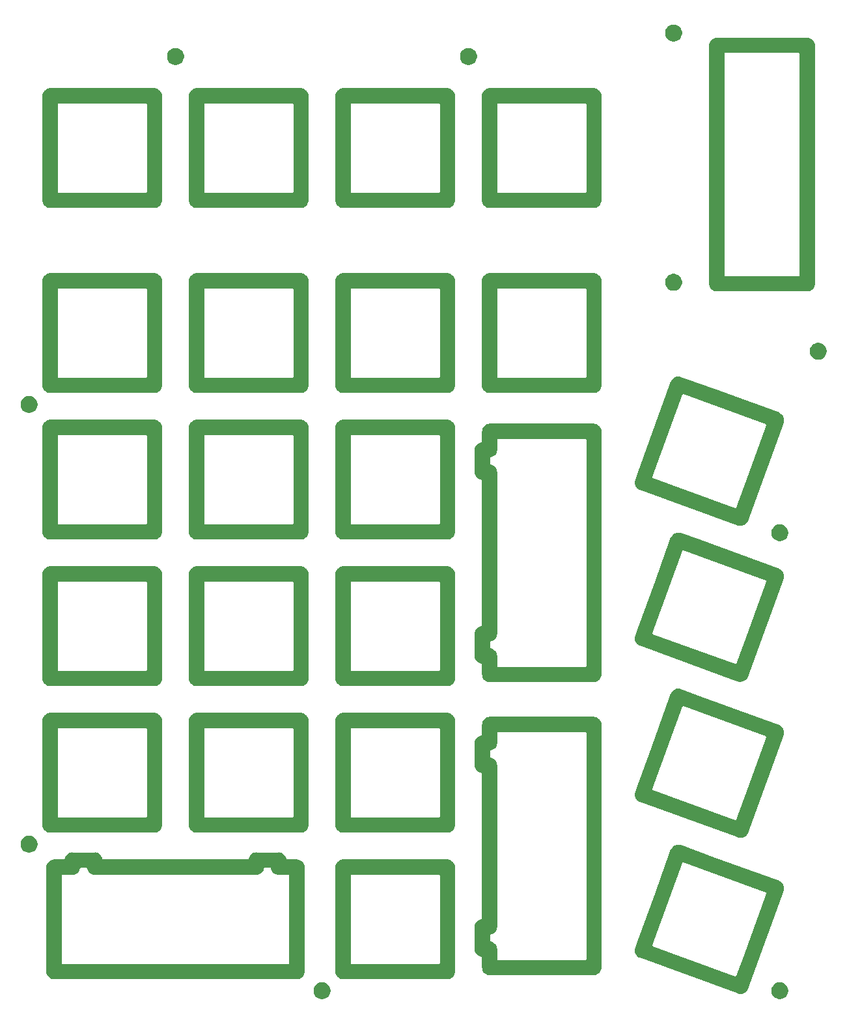
<source format=gbr>
G04 #@! TF.GenerationSoftware,KiCad,Pcbnew,(5.1.5)-3*
G04 #@! TF.CreationDate,2021-03-06T02:04:42+09:00*
G04 #@! TF.ProjectId,Getta25,47657474-6132-4352-9e6b-696361645f70,rev?*
G04 #@! TF.SameCoordinates,Original*
G04 #@! TF.FileFunction,Soldermask,Bot*
G04 #@! TF.FilePolarity,Negative*
%FSLAX46Y46*%
G04 Gerber Fmt 4.6, Leading zero omitted, Abs format (unit mm)*
G04 Created by KiCad (PCBNEW (5.1.5)-3) date 2021-03-06 02:04:42*
%MOMM*%
%LPD*%
G04 APERTURE LIST*
%ADD10C,0.100000*%
G04 APERTURE END LIST*
D10*
G36*
X123677107Y-132979772D02*
G01*
X123877293Y-133062692D01*
X123877295Y-133062693D01*
X123967251Y-133122800D01*
X124057458Y-133183074D01*
X124210676Y-133336292D01*
X124331058Y-133516457D01*
X124413978Y-133716643D01*
X124456250Y-133929158D01*
X124456250Y-134145842D01*
X124413978Y-134358357D01*
X124331058Y-134558543D01*
X124331057Y-134558545D01*
X124210675Y-134738709D01*
X124057459Y-134891925D01*
X123877295Y-135012307D01*
X123877294Y-135012308D01*
X123877293Y-135012308D01*
X123677107Y-135095228D01*
X123464592Y-135137500D01*
X123247908Y-135137500D01*
X123035393Y-135095228D01*
X122835207Y-135012308D01*
X122835206Y-135012308D01*
X122835205Y-135012307D01*
X122655041Y-134891925D01*
X122501825Y-134738709D01*
X122381443Y-134558545D01*
X122381442Y-134558543D01*
X122298522Y-134358357D01*
X122256250Y-134145842D01*
X122256250Y-133929158D01*
X122298522Y-133716643D01*
X122381442Y-133516457D01*
X122501824Y-133336292D01*
X122655042Y-133183074D01*
X122745249Y-133122800D01*
X122835205Y-133062693D01*
X122835207Y-133062692D01*
X123035393Y-132979772D01*
X123247908Y-132937500D01*
X123464592Y-132937500D01*
X123677107Y-132979772D01*
G37*
G36*
X64145857Y-132979772D02*
G01*
X64346043Y-133062692D01*
X64346045Y-133062693D01*
X64436001Y-133122800D01*
X64526208Y-133183074D01*
X64679426Y-133336292D01*
X64799808Y-133516457D01*
X64882728Y-133716643D01*
X64925000Y-133929158D01*
X64925000Y-134145842D01*
X64882728Y-134358357D01*
X64799808Y-134558543D01*
X64799807Y-134558545D01*
X64679425Y-134738709D01*
X64526209Y-134891925D01*
X64346045Y-135012307D01*
X64346044Y-135012308D01*
X64346043Y-135012308D01*
X64145857Y-135095228D01*
X63933342Y-135137500D01*
X63716658Y-135137500D01*
X63504143Y-135095228D01*
X63303957Y-135012308D01*
X63303956Y-135012308D01*
X63303955Y-135012307D01*
X63123791Y-134891925D01*
X62970575Y-134738709D01*
X62850193Y-134558545D01*
X62850192Y-134558543D01*
X62767272Y-134358357D01*
X62725000Y-134145842D01*
X62725000Y-133929158D01*
X62767272Y-133716643D01*
X62850192Y-133516457D01*
X62970574Y-133336292D01*
X63123792Y-133183074D01*
X63213999Y-133122800D01*
X63303955Y-133062693D01*
X63303957Y-133062692D01*
X63504143Y-132979772D01*
X63716658Y-132937500D01*
X63933342Y-132937500D01*
X64145857Y-132979772D01*
G37*
G36*
X110335673Y-115058311D02*
G01*
X110478664Y-115094958D01*
X114739084Y-116645624D01*
X123256840Y-119745833D01*
X123256845Y-119745835D01*
X123256844Y-119745835D01*
X123389949Y-119809679D01*
X123547516Y-119927877D01*
X123547519Y-119927881D01*
X123547521Y-119927882D01*
X123679008Y-120074555D01*
X123779355Y-120244063D01*
X123787057Y-120265966D01*
X123797413Y-120288173D01*
X123809238Y-120308148D01*
X123874587Y-120493977D01*
X123902427Y-120688981D01*
X123891689Y-120885674D01*
X123855042Y-121028664D01*
X123855038Y-121028675D01*
X119204166Y-133806839D01*
X119204164Y-133806843D01*
X119140322Y-133939944D01*
X119022119Y-134097519D01*
X118953275Y-134159235D01*
X118875444Y-134229008D01*
X118793177Y-134277709D01*
X118705937Y-134329354D01*
X118684036Y-134337056D01*
X118661829Y-134347412D01*
X118641852Y-134359238D01*
X118548938Y-134391912D01*
X118456024Y-134424587D01*
X118358521Y-134438507D01*
X118261019Y-134452427D01*
X118261018Y-134452427D01*
X118251791Y-134451923D01*
X118064326Y-134441689D01*
X117921336Y-134405042D01*
X117713385Y-134329354D01*
X105143161Y-129754166D01*
X105097716Y-129732368D01*
X105010056Y-129690322D01*
X104852481Y-129572119D01*
X104790765Y-129503275D01*
X104720992Y-129425444D01*
X104620646Y-129255937D01*
X104612944Y-129234036D01*
X104602588Y-129211829D01*
X104590762Y-129191852D01*
X104525413Y-129006023D01*
X104497573Y-128811018D01*
X104508311Y-128614327D01*
X104544958Y-128471336D01*
X104662917Y-128147244D01*
X106801397Y-128147244D01*
X106804860Y-128171502D01*
X106812989Y-128194619D01*
X106825472Y-128215705D01*
X106841829Y-128233951D01*
X106861431Y-128248655D01*
X106883523Y-128259252D01*
X117549051Y-132141186D01*
X117572777Y-132147266D01*
X117597244Y-132148602D01*
X117621502Y-132145139D01*
X117644619Y-132137010D01*
X117665705Y-132124527D01*
X117683951Y-132108170D01*
X117698655Y-132088568D01*
X117709253Y-132066474D01*
X118602335Y-129612752D01*
X121591185Y-121400952D01*
X121597266Y-121377222D01*
X121598602Y-121352755D01*
X121595139Y-121328497D01*
X121587010Y-121305380D01*
X121574527Y-121284294D01*
X121558170Y-121266048D01*
X121538568Y-121251344D01*
X121516483Y-121240751D01*
X110850952Y-117358814D01*
X110827223Y-117352733D01*
X110802756Y-117351397D01*
X110778498Y-117354860D01*
X110755381Y-117362989D01*
X110734295Y-117375472D01*
X110716049Y-117391829D01*
X110701345Y-117411431D01*
X110690749Y-117433521D01*
X106808814Y-128099048D01*
X106802733Y-128122777D01*
X106801397Y-128147244D01*
X104662917Y-128147244D01*
X107019493Y-121672607D01*
X109195833Y-115693160D01*
X109213333Y-115656675D01*
X109259679Y-115560051D01*
X109377877Y-115402484D01*
X109377881Y-115402481D01*
X109377882Y-115402479D01*
X109524555Y-115270992D01*
X109694063Y-115170645D01*
X109715970Y-115162941D01*
X109738173Y-115152587D01*
X109758148Y-115140762D01*
X109943977Y-115075413D01*
X110138982Y-115047573D01*
X110335673Y-115058311D01*
G37*
G36*
X80296032Y-116964469D02*
G01*
X80390285Y-116993061D01*
X80484535Y-117021651D01*
X80484537Y-117021652D01*
X80658258Y-117114507D01*
X80719184Y-117164508D01*
X80810528Y-117239472D01*
X80825260Y-117257423D01*
X80842577Y-117274740D01*
X80860528Y-117289472D01*
X80909358Y-117348972D01*
X80985493Y-117441742D01*
X81078348Y-117615463D01*
X81135531Y-117803968D01*
X81150000Y-117950876D01*
X81150000Y-131549124D01*
X81135531Y-131696032D01*
X81078348Y-131884537D01*
X80985493Y-132058258D01*
X80911349Y-132148602D01*
X80860528Y-132210528D01*
X80842577Y-132225260D01*
X80825260Y-132242577D01*
X80810528Y-132260528D01*
X80751028Y-132309358D01*
X80658258Y-132385493D01*
X80484537Y-132478348D01*
X80484535Y-132478349D01*
X80397212Y-132504838D01*
X80296032Y-132535531D01*
X80149124Y-132550000D01*
X66550876Y-132550000D01*
X66403968Y-132535531D01*
X66302788Y-132504838D01*
X66215465Y-132478349D01*
X66215463Y-132478348D01*
X66041742Y-132385493D01*
X65889472Y-132260528D01*
X65874740Y-132242577D01*
X65857418Y-132225255D01*
X65839473Y-132210528D01*
X65768894Y-132124527D01*
X65714508Y-132058258D01*
X65621653Y-131884537D01*
X65564470Y-131696032D01*
X65550001Y-131549124D01*
X65550001Y-119074999D01*
X67550000Y-119074999D01*
X67550000Y-130425001D01*
X67552402Y-130449387D01*
X67559515Y-130472836D01*
X67571066Y-130494447D01*
X67586611Y-130513389D01*
X67605553Y-130528934D01*
X67627164Y-130540485D01*
X67650613Y-130547598D01*
X67674999Y-130550000D01*
X79025002Y-130550000D01*
X79049388Y-130547598D01*
X79072837Y-130540485D01*
X79094448Y-130528934D01*
X79113390Y-130513389D01*
X79128935Y-130494447D01*
X79140486Y-130472836D01*
X79147599Y-130449387D01*
X79150001Y-130425001D01*
X79150000Y-119074999D01*
X79147598Y-119050613D01*
X79140485Y-119027164D01*
X79128934Y-119005553D01*
X79113389Y-118986611D01*
X79094447Y-118971066D01*
X79072836Y-118959515D01*
X79049387Y-118952402D01*
X79025001Y-118950000D01*
X67674999Y-118950000D01*
X67650613Y-118952402D01*
X67627164Y-118959515D01*
X67605553Y-118971066D01*
X67586611Y-118986611D01*
X67571066Y-119005553D01*
X67559515Y-119027164D01*
X67552402Y-119050613D01*
X67550000Y-119074999D01*
X65550001Y-119074999D01*
X65550000Y-117950877D01*
X65564469Y-117803969D01*
X65621652Y-117615464D01*
X65714507Y-117441742D01*
X65790642Y-117348972D01*
X65839472Y-117289472D01*
X65857423Y-117274740D01*
X65874740Y-117257423D01*
X65889472Y-117239472D01*
X65980816Y-117164508D01*
X66041742Y-117114507D01*
X66215463Y-117021652D01*
X66215465Y-117021651D01*
X66309715Y-116993061D01*
X66403968Y-116964469D01*
X66550876Y-116950000D01*
X80149124Y-116950000D01*
X80296032Y-116964469D01*
G37*
G36*
X58371031Y-116064469D02*
G01*
X58446953Y-116087500D01*
X58559534Y-116121651D01*
X58559536Y-116121652D01*
X58733258Y-116214507D01*
X58885528Y-116339472D01*
X59010493Y-116491742D01*
X59103350Y-116665466D01*
X59162752Y-116861287D01*
X59172129Y-116883925D01*
X59185743Y-116904300D01*
X59203070Y-116921627D01*
X59223444Y-116935240D01*
X59246083Y-116944618D01*
X59282368Y-116950000D01*
X60424124Y-116950000D01*
X60571032Y-116964469D01*
X60707170Y-117005766D01*
X60731202Y-117010546D01*
X60771031Y-117014469D01*
X60865284Y-117043061D01*
X60959534Y-117071651D01*
X60959536Y-117071652D01*
X61133258Y-117164507D01*
X61285528Y-117289472D01*
X61410493Y-117441742D01*
X61503348Y-117615463D01*
X61560531Y-117803968D01*
X61575000Y-117950876D01*
X61575000Y-131549124D01*
X61560531Y-131696032D01*
X61503348Y-131884537D01*
X61410493Y-132058258D01*
X61336349Y-132148602D01*
X61285528Y-132210528D01*
X61267577Y-132225260D01*
X61250260Y-132242577D01*
X61235528Y-132260528D01*
X61176028Y-132309358D01*
X61083258Y-132385493D01*
X60909537Y-132478348D01*
X60909535Y-132478349D01*
X60822212Y-132504838D01*
X60721032Y-132535531D01*
X60574124Y-132550000D01*
X28975876Y-132550000D01*
X28828968Y-132535531D01*
X28727788Y-132504838D01*
X28640465Y-132478349D01*
X28640463Y-132478348D01*
X28466742Y-132385493D01*
X28314472Y-132260528D01*
X28299740Y-132242577D01*
X28282418Y-132225255D01*
X28264473Y-132210528D01*
X28193894Y-132124527D01*
X28139508Y-132058258D01*
X28046653Y-131884537D01*
X27989470Y-131696032D01*
X27975001Y-131549124D01*
X27975001Y-119074999D01*
X29975000Y-119074999D01*
X29975000Y-130425001D01*
X29977402Y-130449387D01*
X29984515Y-130472836D01*
X29996066Y-130494447D01*
X30011611Y-130513389D01*
X30030553Y-130528934D01*
X30052164Y-130540485D01*
X30075613Y-130547598D01*
X30099999Y-130550000D01*
X59450002Y-130550000D01*
X59474388Y-130547598D01*
X59497837Y-130540485D01*
X59519448Y-130528934D01*
X59538390Y-130513389D01*
X59553935Y-130494447D01*
X59565486Y-130472836D01*
X59572599Y-130449387D01*
X59575001Y-130425001D01*
X59575000Y-119074999D01*
X59572598Y-119050613D01*
X59565485Y-119027164D01*
X59553934Y-119005553D01*
X59538389Y-118986611D01*
X59519447Y-118971066D01*
X59497836Y-118959515D01*
X59474387Y-118952402D01*
X59450001Y-118950000D01*
X58325876Y-118950000D01*
X58287252Y-118946196D01*
X58262748Y-118946196D01*
X58175000Y-118954838D01*
X57978969Y-118935531D01*
X57884717Y-118906940D01*
X57790466Y-118878349D01*
X57790464Y-118878348D01*
X57616743Y-118785493D01*
X57464473Y-118660528D01*
X57339508Y-118508258D01*
X57246651Y-118334534D01*
X57187248Y-118138713D01*
X57177871Y-118116074D01*
X57164257Y-118095700D01*
X57146930Y-118078373D01*
X57126555Y-118064759D01*
X57103916Y-118055382D01*
X57067632Y-118050000D01*
X56382368Y-118050000D01*
X56357982Y-118052402D01*
X56334533Y-118059515D01*
X56312922Y-118071066D01*
X56293980Y-118086611D01*
X56278435Y-118105553D01*
X56262752Y-118138713D01*
X56203350Y-118334534D01*
X56110493Y-118508258D01*
X55985528Y-118660528D01*
X55833258Y-118785493D01*
X55659537Y-118878348D01*
X55659535Y-118878349D01*
X55565284Y-118906940D01*
X55471032Y-118935531D01*
X55275000Y-118954838D01*
X55231988Y-118950602D01*
X55219736Y-118950000D01*
X34330264Y-118950000D01*
X34318012Y-118950602D01*
X34275000Y-118954838D01*
X34078969Y-118935531D01*
X33984717Y-118906940D01*
X33890466Y-118878349D01*
X33890464Y-118878348D01*
X33716743Y-118785493D01*
X33564473Y-118660528D01*
X33439508Y-118508258D01*
X33346651Y-118334534D01*
X33287248Y-118138713D01*
X33277871Y-118116074D01*
X33264257Y-118095700D01*
X33246930Y-118078373D01*
X33226555Y-118064759D01*
X33203916Y-118055382D01*
X33167632Y-118050000D01*
X32482368Y-118050000D01*
X32457982Y-118052402D01*
X32434533Y-118059515D01*
X32412922Y-118071066D01*
X32393980Y-118086611D01*
X32378435Y-118105553D01*
X32362752Y-118138713D01*
X32303350Y-118334534D01*
X32210493Y-118508258D01*
X32085528Y-118660528D01*
X31933258Y-118785493D01*
X31759537Y-118878348D01*
X31759535Y-118878349D01*
X31665284Y-118906940D01*
X31571032Y-118935531D01*
X31375000Y-118954838D01*
X31287252Y-118946196D01*
X31262748Y-118946196D01*
X31224124Y-118950000D01*
X30099999Y-118950000D01*
X30075613Y-118952402D01*
X30052164Y-118959515D01*
X30030553Y-118971066D01*
X30011611Y-118986611D01*
X29996066Y-119005553D01*
X29984515Y-119027164D01*
X29977402Y-119050613D01*
X29975000Y-119074999D01*
X27975001Y-119074999D01*
X27975000Y-117950877D01*
X27989469Y-117803969D01*
X28046652Y-117615464D01*
X28139507Y-117441742D01*
X28264472Y-117289472D01*
X28416742Y-117164507D01*
X28590463Y-117071652D01*
X28590465Y-117071651D01*
X28684715Y-117043061D01*
X28778968Y-117014469D01*
X28818798Y-117010546D01*
X28842831Y-117005766D01*
X28978968Y-116964469D01*
X29125876Y-116950000D01*
X30267633Y-116950000D01*
X30292019Y-116947598D01*
X30315468Y-116940485D01*
X30337079Y-116928934D01*
X30356021Y-116913389D01*
X30371566Y-116894447D01*
X30383117Y-116872836D01*
X30387250Y-116861286D01*
X30446652Y-116665463D01*
X30539507Y-116491742D01*
X30664472Y-116339472D01*
X30816742Y-116214507D01*
X30990463Y-116121652D01*
X30990465Y-116121651D01*
X31103046Y-116087500D01*
X31178968Y-116064469D01*
X31375000Y-116045162D01*
X31418012Y-116049398D01*
X31430264Y-116050000D01*
X34219736Y-116050000D01*
X34231988Y-116049398D01*
X34275000Y-116045162D01*
X34471031Y-116064469D01*
X34546953Y-116087500D01*
X34659534Y-116121651D01*
X34659536Y-116121652D01*
X34833258Y-116214507D01*
X34985528Y-116339472D01*
X35110493Y-116491742D01*
X35203350Y-116665466D01*
X35262752Y-116861287D01*
X35272129Y-116883925D01*
X35285743Y-116904300D01*
X35303070Y-116921627D01*
X35323444Y-116935240D01*
X35346083Y-116944618D01*
X35382368Y-116950000D01*
X54167633Y-116950000D01*
X54192019Y-116947598D01*
X54215468Y-116940485D01*
X54237079Y-116928934D01*
X54256021Y-116913389D01*
X54271566Y-116894447D01*
X54283117Y-116872836D01*
X54287250Y-116861286D01*
X54346652Y-116665463D01*
X54439507Y-116491742D01*
X54564472Y-116339472D01*
X54716742Y-116214507D01*
X54890463Y-116121652D01*
X54890465Y-116121651D01*
X55003046Y-116087500D01*
X55078968Y-116064469D01*
X55275000Y-116045162D01*
X55318012Y-116049398D01*
X55330264Y-116050000D01*
X58119736Y-116050000D01*
X58131988Y-116049398D01*
X58175000Y-116045162D01*
X58371031Y-116064469D01*
G37*
G36*
X99346032Y-98439469D02*
G01*
X99440285Y-98468061D01*
X99534535Y-98496651D01*
X99534537Y-98496652D01*
X99708258Y-98589507D01*
X99769184Y-98639508D01*
X99860528Y-98714472D01*
X99875260Y-98732423D01*
X99892577Y-98749740D01*
X99910528Y-98764472D01*
X99931074Y-98789508D01*
X100035493Y-98916742D01*
X100128348Y-99090463D01*
X100185531Y-99278968D01*
X100200000Y-99425876D01*
X100200000Y-131024124D01*
X100185531Y-131171032D01*
X100128348Y-131359537D01*
X100035493Y-131533258D01*
X99959358Y-131626028D01*
X99910528Y-131685528D01*
X99892577Y-131700260D01*
X99875260Y-131717577D01*
X99860528Y-131735528D01*
X99801028Y-131784358D01*
X99708258Y-131860493D01*
X99534537Y-131953348D01*
X99534535Y-131953349D01*
X99447212Y-131979838D01*
X99346032Y-132010531D01*
X99199124Y-132025000D01*
X85600876Y-132025000D01*
X85453968Y-132010531D01*
X85352788Y-131979838D01*
X85265465Y-131953349D01*
X85265463Y-131953348D01*
X85091742Y-131860493D01*
X84939472Y-131735528D01*
X84814507Y-131583258D01*
X84721652Y-131409537D01*
X84704795Y-131353966D01*
X84664470Y-131221034D01*
X84664469Y-131221032D01*
X84660546Y-131181198D01*
X84655765Y-131157164D01*
X84614470Y-131021035D01*
X84600001Y-130874124D01*
X84600000Y-129732368D01*
X84597598Y-129707982D01*
X84590485Y-129684533D01*
X84578934Y-129662922D01*
X84563389Y-129643980D01*
X84544447Y-129628435D01*
X84511287Y-129612752D01*
X84315466Y-129553350D01*
X84141742Y-129460493D01*
X83989472Y-129335528D01*
X83864507Y-129183258D01*
X83771652Y-129009537D01*
X83714469Y-128821032D01*
X83695162Y-128625000D01*
X83699399Y-128581978D01*
X83700001Y-128569726D01*
X83700000Y-125780264D01*
X83699398Y-125768012D01*
X83695162Y-125725000D01*
X83714469Y-125528968D01*
X83771652Y-125340463D01*
X83864507Y-125166742D01*
X83989472Y-125014472D01*
X84141742Y-124889507D01*
X84315463Y-124796652D01*
X84315465Y-124796651D01*
X84444217Y-124757595D01*
X84511287Y-124737249D01*
X84533926Y-124727871D01*
X84554301Y-124714257D01*
X84571628Y-124696930D01*
X84585241Y-124676556D01*
X84594619Y-124653917D01*
X84600001Y-124617632D01*
X84600000Y-105832368D01*
X84597598Y-105807982D01*
X84590485Y-105784533D01*
X84578934Y-105762922D01*
X84563389Y-105743980D01*
X84544447Y-105728435D01*
X84511287Y-105712752D01*
X84315466Y-105653350D01*
X84141742Y-105560493D01*
X83989472Y-105435528D01*
X83864507Y-105283258D01*
X83771652Y-105109537D01*
X83714469Y-104921032D01*
X83695162Y-104725000D01*
X83699399Y-104681978D01*
X83700001Y-104669726D01*
X83700001Y-102932368D01*
X85700000Y-102932368D01*
X85700000Y-103617632D01*
X85702402Y-103642018D01*
X85709515Y-103665467D01*
X85721066Y-103687078D01*
X85736611Y-103706020D01*
X85755553Y-103721565D01*
X85788713Y-103737248D01*
X85984534Y-103796650D01*
X86158258Y-103889507D01*
X86310528Y-104014472D01*
X86435493Y-104166742D01*
X86462218Y-104216742D01*
X86528349Y-104340465D01*
X86556940Y-104434716D01*
X86585531Y-104528968D01*
X86604838Y-104725000D01*
X86600602Y-104768012D01*
X86600000Y-104780264D01*
X86600000Y-125669736D01*
X86600602Y-125681988D01*
X86604838Y-125725000D01*
X86585531Y-125921032D01*
X86528348Y-126109537D01*
X86435493Y-126283258D01*
X86310528Y-126435528D01*
X86158258Y-126560493D01*
X85984534Y-126653350D01*
X85788713Y-126712752D01*
X85766075Y-126722129D01*
X85745700Y-126735743D01*
X85728373Y-126753070D01*
X85714760Y-126773444D01*
X85705382Y-126796083D01*
X85700000Y-126832368D01*
X85700000Y-127517632D01*
X85702402Y-127542018D01*
X85709515Y-127565467D01*
X85721066Y-127587078D01*
X85736611Y-127606020D01*
X85755553Y-127621565D01*
X85788713Y-127637248D01*
X85984534Y-127696650D01*
X86158258Y-127789507D01*
X86310528Y-127914472D01*
X86435493Y-128066742D01*
X86528348Y-128240463D01*
X86585531Y-128428968D01*
X86604838Y-128625000D01*
X86596196Y-128712748D01*
X86596196Y-128737252D01*
X86600000Y-128775876D01*
X86600000Y-129900001D01*
X86602402Y-129924387D01*
X86609515Y-129947836D01*
X86621066Y-129969447D01*
X86636611Y-129988389D01*
X86655553Y-130003934D01*
X86677164Y-130015485D01*
X86700613Y-130022598D01*
X86724999Y-130025000D01*
X98075002Y-130025000D01*
X98099388Y-130022598D01*
X98122837Y-130015485D01*
X98144448Y-130003934D01*
X98163390Y-129988389D01*
X98178935Y-129969447D01*
X98190486Y-129947836D01*
X98197599Y-129924387D01*
X98200001Y-129900001D01*
X98200000Y-100549999D01*
X98197598Y-100525613D01*
X98190485Y-100502164D01*
X98178934Y-100480553D01*
X98163389Y-100461611D01*
X98144447Y-100446066D01*
X98122836Y-100434515D01*
X98099387Y-100427402D01*
X98075001Y-100425000D01*
X86724999Y-100425000D01*
X86700613Y-100427402D01*
X86677164Y-100434515D01*
X86655553Y-100446066D01*
X86636611Y-100461611D01*
X86621066Y-100480553D01*
X86609515Y-100502164D01*
X86602402Y-100525613D01*
X86600000Y-100549999D01*
X86600000Y-101674124D01*
X86596196Y-101712748D01*
X86596196Y-101737252D01*
X86604838Y-101825000D01*
X86585531Y-102021032D01*
X86528348Y-102209537D01*
X86435493Y-102383258D01*
X86310528Y-102535528D01*
X86158258Y-102660493D01*
X85984534Y-102753350D01*
X85788713Y-102812752D01*
X85766075Y-102822129D01*
X85745700Y-102835743D01*
X85728373Y-102853070D01*
X85714760Y-102873444D01*
X85705382Y-102896083D01*
X85700000Y-102932368D01*
X83700001Y-102932368D01*
X83700000Y-101880264D01*
X83699398Y-101868012D01*
X83695162Y-101825000D01*
X83714469Y-101628968D01*
X83771652Y-101440463D01*
X83864507Y-101266742D01*
X83989472Y-101114472D01*
X84141742Y-100989507D01*
X84315463Y-100896652D01*
X84315465Y-100896651D01*
X84444217Y-100857595D01*
X84511287Y-100837249D01*
X84533926Y-100827871D01*
X84554301Y-100814257D01*
X84571628Y-100796930D01*
X84585241Y-100776556D01*
X84594619Y-100753917D01*
X84600001Y-100717632D01*
X84600001Y-100605674D01*
X84600000Y-99575881D01*
X84603325Y-99542119D01*
X84614469Y-99428969D01*
X84655766Y-99292832D01*
X84660546Y-99268799D01*
X84664469Y-99228968D01*
X84693061Y-99134715D01*
X84721651Y-99040465D01*
X84787782Y-98916742D01*
X84814507Y-98866742D01*
X84939472Y-98714472D01*
X85091742Y-98589507D01*
X85265463Y-98496652D01*
X85265465Y-98496651D01*
X85359715Y-98468061D01*
X85453968Y-98439469D01*
X85600876Y-98425000D01*
X99199124Y-98425000D01*
X99346032Y-98439469D01*
G37*
G36*
X26045857Y-113929772D02*
G01*
X26246043Y-114012692D01*
X26246045Y-114012693D01*
X26300912Y-114049354D01*
X26426208Y-114133074D01*
X26579426Y-114286292D01*
X26699808Y-114466457D01*
X26782728Y-114666643D01*
X26825000Y-114879158D01*
X26825000Y-115095842D01*
X26782728Y-115308357D01*
X26699808Y-115508543D01*
X26579426Y-115688708D01*
X26426208Y-115841926D01*
X26341397Y-115898595D01*
X26246045Y-115962307D01*
X26246044Y-115962308D01*
X26246043Y-115962308D01*
X26045857Y-116045228D01*
X25833342Y-116087500D01*
X25616658Y-116087500D01*
X25404143Y-116045228D01*
X25203957Y-115962308D01*
X25203956Y-115962308D01*
X25203955Y-115962307D01*
X25108603Y-115898595D01*
X25023792Y-115841926D01*
X24870574Y-115688708D01*
X24750192Y-115508543D01*
X24667272Y-115308357D01*
X24625000Y-115095842D01*
X24625000Y-114879158D01*
X24667272Y-114666643D01*
X24750192Y-114466457D01*
X24870574Y-114286292D01*
X25023792Y-114133074D01*
X25149088Y-114049354D01*
X25203955Y-114012693D01*
X25203957Y-114012692D01*
X25404143Y-113929772D01*
X25616658Y-113887500D01*
X25833342Y-113887500D01*
X26045857Y-113929772D01*
G37*
G36*
X110335673Y-94778311D02*
G01*
X110478664Y-94814958D01*
X113227037Y-95815284D01*
X123256840Y-99465833D01*
X123256845Y-99465835D01*
X123256844Y-99465835D01*
X123389949Y-99529679D01*
X123547516Y-99647877D01*
X123547519Y-99647881D01*
X123547521Y-99647882D01*
X123679008Y-99794555D01*
X123779355Y-99964063D01*
X123783962Y-99977164D01*
X123787057Y-99985966D01*
X123797413Y-100008173D01*
X123809238Y-100028148D01*
X123809238Y-100028149D01*
X123847000Y-100135528D01*
X123874587Y-100213977D01*
X123902427Y-100408981D01*
X123891689Y-100605674D01*
X123855042Y-100748664D01*
X123855038Y-100748675D01*
X119204166Y-113526839D01*
X119204164Y-113526843D01*
X119140322Y-113659944D01*
X119022119Y-113817519D01*
X118988782Y-113847404D01*
X118875444Y-113949008D01*
X118705937Y-114049354D01*
X118684036Y-114057056D01*
X118661829Y-114067412D01*
X118641852Y-114079238D01*
X118548938Y-114111912D01*
X118456024Y-114144587D01*
X118358521Y-114158507D01*
X118261019Y-114172427D01*
X118261018Y-114172427D01*
X118251791Y-114171923D01*
X118064326Y-114161689D01*
X117921336Y-114125042D01*
X117612657Y-114012692D01*
X105143161Y-109474166D01*
X105120359Y-109463229D01*
X105010056Y-109410322D01*
X104852481Y-109292119D01*
X104790765Y-109223275D01*
X104720992Y-109145444D01*
X104620646Y-108975937D01*
X104612944Y-108954036D01*
X104602588Y-108931829D01*
X104590762Y-108911852D01*
X104525413Y-108726023D01*
X104497573Y-108531018D01*
X104508311Y-108334327D01*
X104544958Y-108191336D01*
X104662917Y-107867244D01*
X106801397Y-107867244D01*
X106804860Y-107891502D01*
X106812989Y-107914619D01*
X106825472Y-107935705D01*
X106841829Y-107953951D01*
X106861431Y-107968655D01*
X106883523Y-107979252D01*
X117549051Y-111861186D01*
X117572777Y-111867266D01*
X117597244Y-111868602D01*
X117621502Y-111865139D01*
X117644619Y-111857010D01*
X117665705Y-111844527D01*
X117683951Y-111828170D01*
X117698655Y-111808568D01*
X117709253Y-111786474D01*
X118894142Y-108531018D01*
X121591185Y-101120952D01*
X121597266Y-101097222D01*
X121598602Y-101072755D01*
X121595139Y-101048497D01*
X121587010Y-101025380D01*
X121574527Y-101004294D01*
X121558170Y-100986048D01*
X121538568Y-100971344D01*
X121516483Y-100960751D01*
X110850952Y-97078814D01*
X110827223Y-97072733D01*
X110802756Y-97071397D01*
X110778498Y-97074860D01*
X110755381Y-97082989D01*
X110734295Y-97095472D01*
X110716049Y-97111829D01*
X110701345Y-97131431D01*
X110690749Y-97153521D01*
X106808814Y-107819048D01*
X106802733Y-107842777D01*
X106801397Y-107867244D01*
X104662917Y-107867244D01*
X106494234Y-102835743D01*
X109195833Y-95413160D01*
X109213333Y-95376675D01*
X109259679Y-95280051D01*
X109377877Y-95122484D01*
X109377881Y-95122481D01*
X109377882Y-95122479D01*
X109524555Y-94990992D01*
X109694063Y-94890645D01*
X109715970Y-94882941D01*
X109738173Y-94872587D01*
X109758148Y-94860762D01*
X109943977Y-94795413D01*
X110138982Y-94767573D01*
X110335673Y-94778311D01*
G37*
G36*
X80296032Y-97914469D02*
G01*
X80390284Y-97943060D01*
X80484535Y-97971651D01*
X80484537Y-97971652D01*
X80658258Y-98064507D01*
X80719184Y-98114508D01*
X80810528Y-98189472D01*
X80825260Y-98207423D01*
X80842577Y-98224740D01*
X80860528Y-98239472D01*
X80909358Y-98298972D01*
X80985493Y-98391742D01*
X81078348Y-98565463D01*
X81135531Y-98753968D01*
X81150000Y-98900876D01*
X81150000Y-112499124D01*
X81135531Y-112646032D01*
X81078348Y-112834537D01*
X80985493Y-113008258D01*
X80909358Y-113101028D01*
X80860528Y-113160528D01*
X80842577Y-113175260D01*
X80825260Y-113192577D01*
X80810528Y-113210528D01*
X80751028Y-113259358D01*
X80658258Y-113335493D01*
X80484537Y-113428348D01*
X80484535Y-113428349D01*
X80397212Y-113454838D01*
X80296032Y-113485531D01*
X80149124Y-113500000D01*
X66550876Y-113500000D01*
X66403968Y-113485531D01*
X66302788Y-113454838D01*
X66215465Y-113428349D01*
X66215463Y-113428348D01*
X66041742Y-113335493D01*
X65889472Y-113210528D01*
X65874740Y-113192577D01*
X65857418Y-113175255D01*
X65839473Y-113160528D01*
X65783145Y-113091891D01*
X65714508Y-113008258D01*
X65621653Y-112834537D01*
X65564470Y-112646032D01*
X65550001Y-112499124D01*
X65550001Y-100024999D01*
X67550000Y-100024999D01*
X67550000Y-111375001D01*
X67552402Y-111399387D01*
X67559515Y-111422836D01*
X67571066Y-111444447D01*
X67586611Y-111463389D01*
X67605553Y-111478934D01*
X67627164Y-111490485D01*
X67650613Y-111497598D01*
X67674999Y-111500000D01*
X79025002Y-111500000D01*
X79049388Y-111497598D01*
X79072837Y-111490485D01*
X79094448Y-111478934D01*
X79113390Y-111463389D01*
X79128935Y-111444447D01*
X79140486Y-111422836D01*
X79147599Y-111399387D01*
X79150001Y-111375001D01*
X79150000Y-100024999D01*
X79147598Y-100000613D01*
X79140485Y-99977164D01*
X79128934Y-99955553D01*
X79113389Y-99936611D01*
X79094447Y-99921066D01*
X79072836Y-99909515D01*
X79049387Y-99902402D01*
X79025001Y-99900000D01*
X67674999Y-99900000D01*
X67650613Y-99902402D01*
X67627164Y-99909515D01*
X67605553Y-99921066D01*
X67586611Y-99936611D01*
X67571066Y-99955553D01*
X67559515Y-99977164D01*
X67552402Y-100000613D01*
X67550000Y-100024999D01*
X65550001Y-100024999D01*
X65550000Y-98900877D01*
X65564469Y-98753969D01*
X65614358Y-98589508D01*
X65621651Y-98565466D01*
X65648377Y-98515465D01*
X65714507Y-98391742D01*
X65790642Y-98298972D01*
X65839472Y-98239472D01*
X65857423Y-98224740D01*
X65874740Y-98207423D01*
X65889472Y-98189472D01*
X65980816Y-98114508D01*
X66041742Y-98064507D01*
X66215463Y-97971652D01*
X66215465Y-97971651D01*
X66309716Y-97943060D01*
X66403968Y-97914469D01*
X66550876Y-97900000D01*
X80149124Y-97900000D01*
X80296032Y-97914469D01*
G37*
G36*
X42196032Y-97914469D02*
G01*
X42290284Y-97943060D01*
X42384535Y-97971651D01*
X42384537Y-97971652D01*
X42558258Y-98064507D01*
X42619184Y-98114508D01*
X42710528Y-98189472D01*
X42725260Y-98207423D01*
X42742577Y-98224740D01*
X42760528Y-98239472D01*
X42809358Y-98298972D01*
X42885493Y-98391742D01*
X42978348Y-98565463D01*
X43035531Y-98753968D01*
X43050000Y-98900876D01*
X43050000Y-112499124D01*
X43035531Y-112646032D01*
X42978348Y-112834537D01*
X42885493Y-113008258D01*
X42809358Y-113101028D01*
X42760528Y-113160528D01*
X42742577Y-113175260D01*
X42725260Y-113192577D01*
X42710528Y-113210528D01*
X42651028Y-113259358D01*
X42558258Y-113335493D01*
X42384537Y-113428348D01*
X42384535Y-113428349D01*
X42297212Y-113454838D01*
X42196032Y-113485531D01*
X42049124Y-113500000D01*
X28450876Y-113500000D01*
X28303968Y-113485531D01*
X28202788Y-113454838D01*
X28115465Y-113428349D01*
X28115463Y-113428348D01*
X27941742Y-113335493D01*
X27789472Y-113210528D01*
X27774740Y-113192577D01*
X27757418Y-113175255D01*
X27739473Y-113160528D01*
X27683145Y-113091891D01*
X27614508Y-113008258D01*
X27521653Y-112834537D01*
X27464470Y-112646032D01*
X27450001Y-112499124D01*
X27450001Y-100024999D01*
X29450000Y-100024999D01*
X29450000Y-111375001D01*
X29452402Y-111399387D01*
X29459515Y-111422836D01*
X29471066Y-111444447D01*
X29486611Y-111463389D01*
X29505553Y-111478934D01*
X29527164Y-111490485D01*
X29550613Y-111497598D01*
X29574999Y-111500000D01*
X40925002Y-111500000D01*
X40949388Y-111497598D01*
X40972837Y-111490485D01*
X40994448Y-111478934D01*
X41013390Y-111463389D01*
X41028935Y-111444447D01*
X41040486Y-111422836D01*
X41047599Y-111399387D01*
X41050001Y-111375001D01*
X41050000Y-100024999D01*
X41047598Y-100000613D01*
X41040485Y-99977164D01*
X41028934Y-99955553D01*
X41013389Y-99936611D01*
X40994447Y-99921066D01*
X40972836Y-99909515D01*
X40949387Y-99902402D01*
X40925001Y-99900000D01*
X29574999Y-99900000D01*
X29550613Y-99902402D01*
X29527164Y-99909515D01*
X29505553Y-99921066D01*
X29486611Y-99936611D01*
X29471066Y-99955553D01*
X29459515Y-99977164D01*
X29452402Y-100000613D01*
X29450000Y-100024999D01*
X27450001Y-100024999D01*
X27450000Y-98900877D01*
X27464469Y-98753969D01*
X27514358Y-98589508D01*
X27521651Y-98565466D01*
X27548377Y-98515465D01*
X27614507Y-98391742D01*
X27690642Y-98298972D01*
X27739472Y-98239472D01*
X27757423Y-98224740D01*
X27774740Y-98207423D01*
X27789472Y-98189472D01*
X27880816Y-98114508D01*
X27941742Y-98064507D01*
X28115463Y-97971652D01*
X28115465Y-97971651D01*
X28209716Y-97943060D01*
X28303968Y-97914469D01*
X28450876Y-97900000D01*
X42049124Y-97900000D01*
X42196032Y-97914469D01*
G37*
G36*
X61246032Y-97914469D02*
G01*
X61340284Y-97943060D01*
X61434535Y-97971651D01*
X61434537Y-97971652D01*
X61608258Y-98064507D01*
X61669184Y-98114508D01*
X61760528Y-98189472D01*
X61775260Y-98207423D01*
X61792577Y-98224740D01*
X61810528Y-98239472D01*
X61859358Y-98298972D01*
X61935493Y-98391742D01*
X62028348Y-98565463D01*
X62085531Y-98753968D01*
X62100000Y-98900876D01*
X62100000Y-112499124D01*
X62085531Y-112646032D01*
X62028348Y-112834537D01*
X61935493Y-113008258D01*
X61859358Y-113101028D01*
X61810528Y-113160528D01*
X61792577Y-113175260D01*
X61775260Y-113192577D01*
X61760528Y-113210528D01*
X61701028Y-113259358D01*
X61608258Y-113335493D01*
X61434537Y-113428348D01*
X61434535Y-113428349D01*
X61347212Y-113454838D01*
X61246032Y-113485531D01*
X61099124Y-113500000D01*
X47500876Y-113500000D01*
X47353968Y-113485531D01*
X47252788Y-113454838D01*
X47165465Y-113428349D01*
X47165463Y-113428348D01*
X46991742Y-113335493D01*
X46839472Y-113210528D01*
X46824740Y-113192577D01*
X46807418Y-113175255D01*
X46789473Y-113160528D01*
X46733145Y-113091891D01*
X46664508Y-113008258D01*
X46571653Y-112834537D01*
X46514470Y-112646032D01*
X46500001Y-112499124D01*
X46500001Y-100024999D01*
X48500000Y-100024999D01*
X48500000Y-111375001D01*
X48502402Y-111399387D01*
X48509515Y-111422836D01*
X48521066Y-111444447D01*
X48536611Y-111463389D01*
X48555553Y-111478934D01*
X48577164Y-111490485D01*
X48600613Y-111497598D01*
X48624999Y-111500000D01*
X59975002Y-111500000D01*
X59999388Y-111497598D01*
X60022837Y-111490485D01*
X60044448Y-111478934D01*
X60063390Y-111463389D01*
X60078935Y-111444447D01*
X60090486Y-111422836D01*
X60097599Y-111399387D01*
X60100001Y-111375001D01*
X60100000Y-100024999D01*
X60097598Y-100000613D01*
X60090485Y-99977164D01*
X60078934Y-99955553D01*
X60063389Y-99936611D01*
X60044447Y-99921066D01*
X60022836Y-99909515D01*
X59999387Y-99902402D01*
X59975001Y-99900000D01*
X48624999Y-99900000D01*
X48600613Y-99902402D01*
X48577164Y-99909515D01*
X48555553Y-99921066D01*
X48536611Y-99936611D01*
X48521066Y-99955553D01*
X48509515Y-99977164D01*
X48502402Y-100000613D01*
X48500000Y-100024999D01*
X46500001Y-100024999D01*
X46500000Y-98900877D01*
X46514469Y-98753969D01*
X46564358Y-98589508D01*
X46571651Y-98565466D01*
X46598377Y-98515465D01*
X46664507Y-98391742D01*
X46740642Y-98298972D01*
X46789472Y-98239472D01*
X46807423Y-98224740D01*
X46824740Y-98207423D01*
X46839472Y-98189472D01*
X46930816Y-98114508D01*
X46991742Y-98064507D01*
X47165463Y-97971652D01*
X47165465Y-97971651D01*
X47259716Y-97943060D01*
X47353968Y-97914469D01*
X47500876Y-97900000D01*
X61099124Y-97900000D01*
X61246032Y-97914469D01*
G37*
G36*
X61246032Y-78864469D02*
G01*
X61340284Y-78893060D01*
X61434535Y-78921651D01*
X61434537Y-78921652D01*
X61608258Y-79014507D01*
X61669184Y-79064508D01*
X61760528Y-79139472D01*
X61775260Y-79157423D01*
X61792577Y-79174740D01*
X61810528Y-79189472D01*
X61859358Y-79248972D01*
X61935493Y-79341742D01*
X62028348Y-79515463D01*
X62085531Y-79703968D01*
X62100000Y-79850876D01*
X62100000Y-93449124D01*
X62085531Y-93596032D01*
X62070363Y-93646034D01*
X62030510Y-93777412D01*
X62028348Y-93784537D01*
X61935493Y-93958258D01*
X61859358Y-94051028D01*
X61810528Y-94110528D01*
X61792577Y-94125260D01*
X61775260Y-94142577D01*
X61760528Y-94160528D01*
X61701028Y-94209358D01*
X61608258Y-94285493D01*
X61434537Y-94378348D01*
X61434535Y-94378349D01*
X61347212Y-94404838D01*
X61246032Y-94435531D01*
X61099124Y-94450000D01*
X47500876Y-94450000D01*
X47353968Y-94435531D01*
X47252788Y-94404838D01*
X47165465Y-94378349D01*
X47165463Y-94378348D01*
X46991742Y-94285493D01*
X46839472Y-94160528D01*
X46824740Y-94142577D01*
X46807418Y-94125255D01*
X46789473Y-94110528D01*
X46733145Y-94041891D01*
X46664508Y-93958258D01*
X46571653Y-93784537D01*
X46569492Y-93777412D01*
X46529638Y-93646034D01*
X46514470Y-93596032D01*
X46500001Y-93449124D01*
X46500001Y-80974999D01*
X48500000Y-80974999D01*
X48500000Y-92325001D01*
X48502402Y-92349387D01*
X48509515Y-92372836D01*
X48521066Y-92394447D01*
X48536611Y-92413389D01*
X48555553Y-92428934D01*
X48577164Y-92440485D01*
X48600613Y-92447598D01*
X48624999Y-92450000D01*
X59975002Y-92450000D01*
X59999388Y-92447598D01*
X60022837Y-92440485D01*
X60044448Y-92428934D01*
X60063390Y-92413389D01*
X60078935Y-92394447D01*
X60090486Y-92372836D01*
X60097599Y-92349387D01*
X60100001Y-92325001D01*
X60100000Y-80974999D01*
X60097598Y-80950613D01*
X60090485Y-80927164D01*
X60078934Y-80905553D01*
X60063389Y-80886611D01*
X60044447Y-80871066D01*
X60022836Y-80859515D01*
X59999387Y-80852402D01*
X59975001Y-80850000D01*
X48624999Y-80850000D01*
X48600613Y-80852402D01*
X48577164Y-80859515D01*
X48555553Y-80871066D01*
X48536611Y-80886611D01*
X48521066Y-80905553D01*
X48509515Y-80927164D01*
X48502402Y-80950613D01*
X48500000Y-80974999D01*
X46500001Y-80974999D01*
X46500000Y-79850877D01*
X46514469Y-79703969D01*
X46571652Y-79515464D01*
X46664507Y-79341742D01*
X46740642Y-79248972D01*
X46789472Y-79189472D01*
X46807423Y-79174740D01*
X46824740Y-79157423D01*
X46839472Y-79139472D01*
X46930816Y-79064508D01*
X46991742Y-79014507D01*
X47165463Y-78921652D01*
X47165465Y-78921651D01*
X47259715Y-78893061D01*
X47353968Y-78864469D01*
X47500876Y-78850000D01*
X61099124Y-78850000D01*
X61246032Y-78864469D01*
G37*
G36*
X42196032Y-78864469D02*
G01*
X42290284Y-78893060D01*
X42384535Y-78921651D01*
X42384537Y-78921652D01*
X42558258Y-79014507D01*
X42619184Y-79064508D01*
X42710528Y-79139472D01*
X42725260Y-79157423D01*
X42742577Y-79174740D01*
X42760528Y-79189472D01*
X42809358Y-79248972D01*
X42885493Y-79341742D01*
X42978348Y-79515463D01*
X43035531Y-79703968D01*
X43050000Y-79850876D01*
X43050000Y-93449124D01*
X43035531Y-93596032D01*
X43020363Y-93646034D01*
X42980510Y-93777412D01*
X42978348Y-93784537D01*
X42885493Y-93958258D01*
X42809358Y-94051028D01*
X42760528Y-94110528D01*
X42742577Y-94125260D01*
X42725260Y-94142577D01*
X42710528Y-94160528D01*
X42651028Y-94209358D01*
X42558258Y-94285493D01*
X42384537Y-94378348D01*
X42384535Y-94378349D01*
X42297212Y-94404838D01*
X42196032Y-94435531D01*
X42049124Y-94450000D01*
X28450876Y-94450000D01*
X28303968Y-94435531D01*
X28202788Y-94404838D01*
X28115465Y-94378349D01*
X28115463Y-94378348D01*
X27941742Y-94285493D01*
X27789472Y-94160528D01*
X27774740Y-94142577D01*
X27757418Y-94125255D01*
X27739473Y-94110528D01*
X27683145Y-94041891D01*
X27614508Y-93958258D01*
X27521653Y-93784537D01*
X27519492Y-93777412D01*
X27479638Y-93646034D01*
X27464470Y-93596032D01*
X27450001Y-93449124D01*
X27450001Y-80974999D01*
X29450000Y-80974999D01*
X29450000Y-92325001D01*
X29452402Y-92349387D01*
X29459515Y-92372836D01*
X29471066Y-92394447D01*
X29486611Y-92413389D01*
X29505553Y-92428934D01*
X29527164Y-92440485D01*
X29550613Y-92447598D01*
X29574999Y-92450000D01*
X40925002Y-92450000D01*
X40949388Y-92447598D01*
X40972837Y-92440485D01*
X40994448Y-92428934D01*
X41013390Y-92413389D01*
X41028935Y-92394447D01*
X41040486Y-92372836D01*
X41047599Y-92349387D01*
X41050001Y-92325001D01*
X41050000Y-80974999D01*
X41047598Y-80950613D01*
X41040485Y-80927164D01*
X41028934Y-80905553D01*
X41013389Y-80886611D01*
X40994447Y-80871066D01*
X40972836Y-80859515D01*
X40949387Y-80852402D01*
X40925001Y-80850000D01*
X29574999Y-80850000D01*
X29550613Y-80852402D01*
X29527164Y-80859515D01*
X29505553Y-80871066D01*
X29486611Y-80886611D01*
X29471066Y-80905553D01*
X29459515Y-80927164D01*
X29452402Y-80950613D01*
X29450000Y-80974999D01*
X27450001Y-80974999D01*
X27450000Y-79850877D01*
X27464469Y-79703969D01*
X27521652Y-79515464D01*
X27614507Y-79341742D01*
X27690642Y-79248972D01*
X27739472Y-79189472D01*
X27757423Y-79174740D01*
X27774740Y-79157423D01*
X27789472Y-79139472D01*
X27880816Y-79064508D01*
X27941742Y-79014507D01*
X28115463Y-78921652D01*
X28115465Y-78921651D01*
X28209715Y-78893061D01*
X28303968Y-78864469D01*
X28450876Y-78850000D01*
X42049124Y-78850000D01*
X42196032Y-78864469D01*
G37*
G36*
X80296032Y-78864469D02*
G01*
X80390284Y-78893060D01*
X80484535Y-78921651D01*
X80484537Y-78921652D01*
X80658258Y-79014507D01*
X80719184Y-79064508D01*
X80810528Y-79139472D01*
X80825260Y-79157423D01*
X80842577Y-79174740D01*
X80860528Y-79189472D01*
X80909358Y-79248972D01*
X80985493Y-79341742D01*
X81078348Y-79515463D01*
X81135531Y-79703968D01*
X81150000Y-79850876D01*
X81150000Y-93449124D01*
X81135531Y-93596032D01*
X81120363Y-93646034D01*
X81080510Y-93777412D01*
X81078348Y-93784537D01*
X80985493Y-93958258D01*
X80909358Y-94051028D01*
X80860528Y-94110528D01*
X80842577Y-94125260D01*
X80825260Y-94142577D01*
X80810528Y-94160528D01*
X80751028Y-94209358D01*
X80658258Y-94285493D01*
X80484537Y-94378348D01*
X80484535Y-94378349D01*
X80397212Y-94404838D01*
X80296032Y-94435531D01*
X80149124Y-94450000D01*
X66550876Y-94450000D01*
X66403968Y-94435531D01*
X66302788Y-94404838D01*
X66215465Y-94378349D01*
X66215463Y-94378348D01*
X66041742Y-94285493D01*
X65889472Y-94160528D01*
X65874740Y-94142577D01*
X65857418Y-94125255D01*
X65839473Y-94110528D01*
X65783145Y-94041891D01*
X65714508Y-93958258D01*
X65621653Y-93784537D01*
X65619492Y-93777412D01*
X65579638Y-93646034D01*
X65564470Y-93596032D01*
X65550001Y-93449124D01*
X65550001Y-80974999D01*
X67550000Y-80974999D01*
X67550000Y-92325001D01*
X67552402Y-92349387D01*
X67559515Y-92372836D01*
X67571066Y-92394447D01*
X67586611Y-92413389D01*
X67605553Y-92428934D01*
X67627164Y-92440485D01*
X67650613Y-92447598D01*
X67674999Y-92450000D01*
X79025002Y-92450000D01*
X79049388Y-92447598D01*
X79072837Y-92440485D01*
X79094448Y-92428934D01*
X79113390Y-92413389D01*
X79128935Y-92394447D01*
X79140486Y-92372836D01*
X79147599Y-92349387D01*
X79150001Y-92325001D01*
X79150000Y-80974999D01*
X79147598Y-80950613D01*
X79140485Y-80927164D01*
X79128934Y-80905553D01*
X79113389Y-80886611D01*
X79094447Y-80871066D01*
X79072836Y-80859515D01*
X79049387Y-80852402D01*
X79025001Y-80850000D01*
X67674999Y-80850000D01*
X67650613Y-80852402D01*
X67627164Y-80859515D01*
X67605553Y-80871066D01*
X67586611Y-80886611D01*
X67571066Y-80905553D01*
X67559515Y-80927164D01*
X67552402Y-80950613D01*
X67550000Y-80974999D01*
X65550001Y-80974999D01*
X65550000Y-79850877D01*
X65564469Y-79703969D01*
X65621652Y-79515464D01*
X65714507Y-79341742D01*
X65790642Y-79248972D01*
X65839472Y-79189472D01*
X65857423Y-79174740D01*
X65874740Y-79157423D01*
X65889472Y-79139472D01*
X65980816Y-79064508D01*
X66041742Y-79014507D01*
X66215463Y-78921652D01*
X66215465Y-78921651D01*
X66309715Y-78893061D01*
X66403968Y-78864469D01*
X66550876Y-78850000D01*
X80149124Y-78850000D01*
X80296032Y-78864469D01*
G37*
G36*
X99346032Y-60339469D02*
G01*
X99440285Y-60368061D01*
X99534535Y-60396651D01*
X99534537Y-60396652D01*
X99708258Y-60489507D01*
X99769184Y-60539508D01*
X99860528Y-60614472D01*
X99875260Y-60632423D01*
X99892577Y-60649740D01*
X99910528Y-60664472D01*
X99931074Y-60689508D01*
X100035493Y-60816742D01*
X100128348Y-60990463D01*
X100185531Y-61178968D01*
X100200000Y-61325876D01*
X100200000Y-92924124D01*
X100185531Y-93071032D01*
X100185530Y-93071034D01*
X100135233Y-93236843D01*
X100128348Y-93259537D01*
X100035493Y-93433258D01*
X99959358Y-93526028D01*
X99910528Y-93585528D01*
X99892577Y-93600260D01*
X99875260Y-93617577D01*
X99860528Y-93635528D01*
X99831917Y-93659008D01*
X99708258Y-93760493D01*
X99568785Y-93835042D01*
X99534535Y-93853349D01*
X99447212Y-93879838D01*
X99346032Y-93910531D01*
X99199124Y-93925000D01*
X85600876Y-93925000D01*
X85453968Y-93910531D01*
X85352788Y-93879838D01*
X85265465Y-93853349D01*
X85231215Y-93835042D01*
X85091742Y-93760493D01*
X84939472Y-93635528D01*
X84814507Y-93483258D01*
X84721652Y-93309537D01*
X84704795Y-93253966D01*
X84664470Y-93121034D01*
X84664469Y-93121032D01*
X84660546Y-93081198D01*
X84655765Y-93057164D01*
X84614470Y-92921035D01*
X84600001Y-92774124D01*
X84600000Y-91632368D01*
X84597598Y-91607982D01*
X84590485Y-91584533D01*
X84578934Y-91562922D01*
X84563389Y-91543980D01*
X84544447Y-91528435D01*
X84511287Y-91512752D01*
X84315466Y-91453350D01*
X84141742Y-91360493D01*
X83989472Y-91235528D01*
X83864507Y-91083258D01*
X83771652Y-90909537D01*
X83714469Y-90721032D01*
X83695162Y-90525000D01*
X83699399Y-90481978D01*
X83700001Y-90469726D01*
X83700000Y-87680264D01*
X83699398Y-87668012D01*
X83695162Y-87625000D01*
X83714469Y-87428968D01*
X83758071Y-87285233D01*
X83771651Y-87240465D01*
X83771652Y-87240463D01*
X83864507Y-87066742D01*
X83989472Y-86914472D01*
X84141742Y-86789507D01*
X84315463Y-86696652D01*
X84315465Y-86696651D01*
X84444217Y-86657595D01*
X84511287Y-86637249D01*
X84533926Y-86627871D01*
X84554301Y-86614257D01*
X84571628Y-86596930D01*
X84585241Y-86576556D01*
X84594619Y-86553917D01*
X84600001Y-86517632D01*
X84600000Y-67732368D01*
X84597598Y-67707982D01*
X84590485Y-67684533D01*
X84578934Y-67662922D01*
X84563389Y-67643980D01*
X84544447Y-67628435D01*
X84511287Y-67612752D01*
X84315466Y-67553350D01*
X84141742Y-67460493D01*
X83989472Y-67335528D01*
X83864507Y-67183258D01*
X83771652Y-67009537D01*
X83765159Y-66988132D01*
X83714470Y-66821034D01*
X83714469Y-66821032D01*
X83695162Y-66625000D01*
X83699399Y-66581978D01*
X83700001Y-66569726D01*
X83700001Y-64832368D01*
X85700000Y-64832368D01*
X85700000Y-65517632D01*
X85702402Y-65542018D01*
X85709515Y-65565467D01*
X85721066Y-65587078D01*
X85736611Y-65606020D01*
X85755553Y-65621565D01*
X85788713Y-65637248D01*
X85984534Y-65696650D01*
X86158258Y-65789507D01*
X86310528Y-65914472D01*
X86435493Y-66066742D01*
X86462218Y-66116742D01*
X86528349Y-66240465D01*
X86556939Y-66334715D01*
X86585531Y-66428968D01*
X86604838Y-66625000D01*
X86600602Y-66668012D01*
X86600000Y-66680264D01*
X86600000Y-87569736D01*
X86600602Y-87581988D01*
X86604838Y-87625000D01*
X86585531Y-87821032D01*
X86528348Y-88009537D01*
X86435493Y-88183258D01*
X86310528Y-88335528D01*
X86158258Y-88460493D01*
X85984534Y-88553350D01*
X85788713Y-88612752D01*
X85766075Y-88622129D01*
X85745700Y-88635743D01*
X85728373Y-88653070D01*
X85714760Y-88673444D01*
X85705382Y-88696083D01*
X85700000Y-88732368D01*
X85700000Y-89417632D01*
X85702402Y-89442018D01*
X85709515Y-89465467D01*
X85721066Y-89487078D01*
X85736611Y-89506020D01*
X85755553Y-89521565D01*
X85788713Y-89537248D01*
X85984534Y-89596650D01*
X86158258Y-89689507D01*
X86310528Y-89814472D01*
X86435493Y-89966742D01*
X86528348Y-90140463D01*
X86585531Y-90328968D01*
X86604838Y-90525000D01*
X86596196Y-90612748D01*
X86596196Y-90637252D01*
X86600000Y-90675876D01*
X86600000Y-91800001D01*
X86602402Y-91824387D01*
X86609515Y-91847836D01*
X86621066Y-91869447D01*
X86636611Y-91888389D01*
X86655553Y-91903934D01*
X86677164Y-91915485D01*
X86700613Y-91922598D01*
X86724999Y-91925000D01*
X98075002Y-91925000D01*
X98099388Y-91922598D01*
X98122837Y-91915485D01*
X98144448Y-91903934D01*
X98163390Y-91888389D01*
X98178935Y-91869447D01*
X98190486Y-91847836D01*
X98197599Y-91824387D01*
X98200001Y-91800001D01*
X98200000Y-62449999D01*
X98197598Y-62425613D01*
X98190485Y-62402164D01*
X98178934Y-62380553D01*
X98163389Y-62361611D01*
X98144447Y-62346066D01*
X98122836Y-62334515D01*
X98099387Y-62327402D01*
X98075001Y-62325000D01*
X86724999Y-62325000D01*
X86700613Y-62327402D01*
X86677164Y-62334515D01*
X86655553Y-62346066D01*
X86636611Y-62361611D01*
X86621066Y-62380553D01*
X86609515Y-62402164D01*
X86602402Y-62425613D01*
X86600000Y-62449999D01*
X86600000Y-63574124D01*
X86596196Y-63612748D01*
X86596196Y-63637252D01*
X86604838Y-63725000D01*
X86585531Y-63921032D01*
X86528348Y-64109537D01*
X86435493Y-64283258D01*
X86310528Y-64435528D01*
X86158258Y-64560493D01*
X85984534Y-64653350D01*
X85788713Y-64712752D01*
X85766075Y-64722129D01*
X85745700Y-64735743D01*
X85728373Y-64753070D01*
X85714760Y-64773444D01*
X85705382Y-64796083D01*
X85700000Y-64832368D01*
X83700001Y-64832368D01*
X83700000Y-63780264D01*
X83699398Y-63768012D01*
X83695162Y-63725000D01*
X83714469Y-63528968D01*
X83771652Y-63340463D01*
X83864507Y-63166742D01*
X83989472Y-63014472D01*
X84141742Y-62889507D01*
X84315463Y-62796652D01*
X84315465Y-62796651D01*
X84444217Y-62757595D01*
X84511287Y-62737249D01*
X84533926Y-62727871D01*
X84554301Y-62714257D01*
X84571628Y-62696930D01*
X84585241Y-62676556D01*
X84594619Y-62653917D01*
X84600001Y-62617632D01*
X84600001Y-62449999D01*
X84600000Y-61475881D01*
X84600000Y-61475877D01*
X84614469Y-61328969D01*
X84655766Y-61192832D01*
X84660546Y-61168799D01*
X84664469Y-61128968D01*
X84693060Y-61034716D01*
X84721651Y-60940465D01*
X84787782Y-60816742D01*
X84814507Y-60766742D01*
X84939472Y-60614472D01*
X85091742Y-60489507D01*
X85265463Y-60396652D01*
X85265465Y-60396651D01*
X85359715Y-60368061D01*
X85453968Y-60339469D01*
X85600876Y-60325000D01*
X99199124Y-60325000D01*
X99346032Y-60339469D01*
G37*
G36*
X110335673Y-74488311D02*
G01*
X110478664Y-74524958D01*
X113105527Y-75481058D01*
X123256840Y-79175833D01*
X123256845Y-79175835D01*
X123256844Y-79175835D01*
X123389949Y-79239679D01*
X123547516Y-79357877D01*
X123547519Y-79357881D01*
X123547521Y-79357882D01*
X123679008Y-79504555D01*
X123779355Y-79674063D01*
X123787057Y-79695966D01*
X123797413Y-79718173D01*
X123809238Y-79738148D01*
X123874587Y-79923977D01*
X123902427Y-80118981D01*
X123891689Y-80315674D01*
X123855042Y-80458664D01*
X123855038Y-80458675D01*
X119204166Y-93236839D01*
X119204164Y-93236843D01*
X119140322Y-93369944D01*
X119022119Y-93527519D01*
X118957412Y-93585526D01*
X118875444Y-93659008D01*
X118755796Y-93729838D01*
X118705937Y-93759354D01*
X118684036Y-93767056D01*
X118661829Y-93777412D01*
X118641852Y-93789238D01*
X118601725Y-93803349D01*
X118456024Y-93854587D01*
X118414396Y-93860530D01*
X118261019Y-93882427D01*
X118261018Y-93882427D01*
X118251791Y-93881923D01*
X118064326Y-93871689D01*
X117921336Y-93835042D01*
X117579138Y-93710492D01*
X105143161Y-89184166D01*
X105120359Y-89173229D01*
X105010056Y-89120322D01*
X104852481Y-89002119D01*
X104790765Y-88933275D01*
X104720992Y-88855444D01*
X104620646Y-88685937D01*
X104612944Y-88664036D01*
X104602588Y-88641829D01*
X104590762Y-88621852D01*
X104525413Y-88436023D01*
X104497573Y-88241018D01*
X104508311Y-88044327D01*
X104544958Y-87901336D01*
X104662917Y-87577244D01*
X106801397Y-87577244D01*
X106804860Y-87601502D01*
X106812989Y-87624619D01*
X106825472Y-87645705D01*
X106841829Y-87663951D01*
X106861431Y-87678655D01*
X106883523Y-87689252D01*
X117549051Y-91571186D01*
X117572777Y-91577266D01*
X117597244Y-91578602D01*
X117621502Y-91575139D01*
X117644619Y-91567010D01*
X117665705Y-91554527D01*
X117683951Y-91538170D01*
X117698655Y-91518568D01*
X117709253Y-91496474D01*
X118777849Y-88560530D01*
X121591185Y-80830952D01*
X121597266Y-80807222D01*
X121598602Y-80782755D01*
X121595139Y-80758497D01*
X121587010Y-80735380D01*
X121574527Y-80714294D01*
X121558170Y-80696048D01*
X121538568Y-80681344D01*
X121516483Y-80670751D01*
X110850952Y-76788814D01*
X110827223Y-76782733D01*
X110802756Y-76781397D01*
X110778498Y-76784860D01*
X110755381Y-76792989D01*
X110734295Y-76805472D01*
X110716049Y-76821829D01*
X110701345Y-76841431D01*
X110690749Y-76863521D01*
X106808814Y-87529048D01*
X106802733Y-87552777D01*
X106801397Y-87577244D01*
X104662917Y-87577244D01*
X107019493Y-81102607D01*
X109195833Y-75123160D01*
X109213333Y-75086675D01*
X109259679Y-74990051D01*
X109377877Y-74832484D01*
X109377881Y-74832481D01*
X109377882Y-74832479D01*
X109524555Y-74700992D01*
X109694063Y-74600645D01*
X109715970Y-74592941D01*
X109738173Y-74582587D01*
X109758148Y-74570762D01*
X109943977Y-74505413D01*
X110138982Y-74477573D01*
X110335673Y-74488311D01*
G37*
G36*
X123677107Y-73448522D02*
G01*
X123877293Y-73531442D01*
X123877295Y-73531443D01*
X123897140Y-73544703D01*
X124057458Y-73651824D01*
X124210676Y-73805042D01*
X124331058Y-73985207D01*
X124413978Y-74185393D01*
X124456250Y-74397908D01*
X124456250Y-74614592D01*
X124413978Y-74827107D01*
X124331058Y-75027293D01*
X124331057Y-75027295D01*
X124287434Y-75092581D01*
X124210676Y-75207458D01*
X124057458Y-75360676D01*
X123998605Y-75400000D01*
X123877295Y-75481057D01*
X123877294Y-75481058D01*
X123877293Y-75481058D01*
X123677107Y-75563978D01*
X123464592Y-75606250D01*
X123247908Y-75606250D01*
X123035393Y-75563978D01*
X122835207Y-75481058D01*
X122835206Y-75481058D01*
X122835205Y-75481057D01*
X122713895Y-75400000D01*
X122655042Y-75360676D01*
X122501824Y-75207458D01*
X122425066Y-75092581D01*
X122381443Y-75027295D01*
X122381442Y-75027293D01*
X122298522Y-74827107D01*
X122256250Y-74614592D01*
X122256250Y-74397908D01*
X122298522Y-74185393D01*
X122381442Y-73985207D01*
X122501824Y-73805042D01*
X122655042Y-73651824D01*
X122815360Y-73544703D01*
X122835205Y-73531443D01*
X122835207Y-73531442D01*
X123035393Y-73448522D01*
X123247908Y-73406250D01*
X123464592Y-73406250D01*
X123677107Y-73448522D01*
G37*
G36*
X42196032Y-59814469D02*
G01*
X42290285Y-59843061D01*
X42384535Y-59871651D01*
X42384537Y-59871652D01*
X42558258Y-59964507D01*
X42619184Y-60014508D01*
X42710528Y-60089472D01*
X42725260Y-60107423D01*
X42742577Y-60124740D01*
X42760528Y-60139472D01*
X42779344Y-60162400D01*
X42885493Y-60291742D01*
X42978348Y-60465463D01*
X43035531Y-60653968D01*
X43050000Y-60800876D01*
X43050000Y-74399124D01*
X43035531Y-74546032D01*
X42978348Y-74734537D01*
X42885493Y-74908258D01*
X42842888Y-74960172D01*
X42760528Y-75060528D01*
X42742577Y-75075260D01*
X42725260Y-75092577D01*
X42710528Y-75110528D01*
X42677321Y-75137780D01*
X42558258Y-75235493D01*
X42384537Y-75328348D01*
X42384535Y-75328349D01*
X42297212Y-75354838D01*
X42196032Y-75385531D01*
X42049124Y-75400000D01*
X28450876Y-75400000D01*
X28303968Y-75385531D01*
X28202788Y-75354838D01*
X28115465Y-75328349D01*
X28115463Y-75328348D01*
X27941742Y-75235493D01*
X27789472Y-75110528D01*
X27774740Y-75092577D01*
X27757418Y-75075255D01*
X27739473Y-75060528D01*
X27657113Y-74960172D01*
X27614508Y-74908258D01*
X27521653Y-74734537D01*
X27464470Y-74546032D01*
X27450001Y-74399124D01*
X27450001Y-61924999D01*
X29450000Y-61924999D01*
X29450000Y-73275001D01*
X29452402Y-73299387D01*
X29459515Y-73322836D01*
X29471066Y-73344447D01*
X29486611Y-73363389D01*
X29505553Y-73378934D01*
X29527164Y-73390485D01*
X29550613Y-73397598D01*
X29574999Y-73400000D01*
X40925002Y-73400000D01*
X40949388Y-73397598D01*
X40972837Y-73390485D01*
X40994448Y-73378934D01*
X41013390Y-73363389D01*
X41028935Y-73344447D01*
X41040486Y-73322836D01*
X41047599Y-73299387D01*
X41050001Y-73275001D01*
X41050000Y-61924999D01*
X41047598Y-61900613D01*
X41040485Y-61877164D01*
X41028934Y-61855553D01*
X41013389Y-61836611D01*
X40994447Y-61821066D01*
X40972836Y-61809515D01*
X40949387Y-61802402D01*
X40925001Y-61800000D01*
X29574999Y-61800000D01*
X29550613Y-61802402D01*
X29527164Y-61809515D01*
X29505553Y-61821066D01*
X29486611Y-61836611D01*
X29471066Y-61855553D01*
X29459515Y-61877164D01*
X29452402Y-61900613D01*
X29450000Y-61924999D01*
X27450001Y-61924999D01*
X27450000Y-60800877D01*
X27464469Y-60653969D01*
X27514358Y-60489508D01*
X27521651Y-60465466D01*
X27531708Y-60446651D01*
X27614507Y-60291742D01*
X27720656Y-60162400D01*
X27739472Y-60139472D01*
X27757423Y-60124740D01*
X27774740Y-60107423D01*
X27789472Y-60089472D01*
X27880816Y-60014508D01*
X27941742Y-59964507D01*
X28115463Y-59871652D01*
X28115465Y-59871651D01*
X28209715Y-59843061D01*
X28303968Y-59814469D01*
X28450876Y-59800000D01*
X42049124Y-59800000D01*
X42196032Y-59814469D01*
G37*
G36*
X61246032Y-59814469D02*
G01*
X61340285Y-59843061D01*
X61434535Y-59871651D01*
X61434537Y-59871652D01*
X61608258Y-59964507D01*
X61669184Y-60014508D01*
X61760528Y-60089472D01*
X61775260Y-60107423D01*
X61792577Y-60124740D01*
X61810528Y-60139472D01*
X61829344Y-60162400D01*
X61935493Y-60291742D01*
X62028348Y-60465463D01*
X62085531Y-60653968D01*
X62100000Y-60800876D01*
X62100000Y-74399124D01*
X62085531Y-74546032D01*
X62028348Y-74734537D01*
X61935493Y-74908258D01*
X61892888Y-74960172D01*
X61810528Y-75060528D01*
X61792577Y-75075260D01*
X61775260Y-75092577D01*
X61760528Y-75110528D01*
X61727321Y-75137780D01*
X61608258Y-75235493D01*
X61434537Y-75328348D01*
X61434535Y-75328349D01*
X61347212Y-75354838D01*
X61246032Y-75385531D01*
X61099124Y-75400000D01*
X47500876Y-75400000D01*
X47353968Y-75385531D01*
X47252788Y-75354838D01*
X47165465Y-75328349D01*
X47165463Y-75328348D01*
X46991742Y-75235493D01*
X46839472Y-75110528D01*
X46824740Y-75092577D01*
X46807418Y-75075255D01*
X46789473Y-75060528D01*
X46707113Y-74960172D01*
X46664508Y-74908258D01*
X46571653Y-74734537D01*
X46514470Y-74546032D01*
X46500001Y-74399124D01*
X46500001Y-61924999D01*
X48500000Y-61924999D01*
X48500000Y-73275001D01*
X48502402Y-73299387D01*
X48509515Y-73322836D01*
X48521066Y-73344447D01*
X48536611Y-73363389D01*
X48555553Y-73378934D01*
X48577164Y-73390485D01*
X48600613Y-73397598D01*
X48624999Y-73400000D01*
X59975002Y-73400000D01*
X59999388Y-73397598D01*
X60022837Y-73390485D01*
X60044448Y-73378934D01*
X60063390Y-73363389D01*
X60078935Y-73344447D01*
X60090486Y-73322836D01*
X60097599Y-73299387D01*
X60100001Y-73275001D01*
X60100000Y-61924999D01*
X60097598Y-61900613D01*
X60090485Y-61877164D01*
X60078934Y-61855553D01*
X60063389Y-61836611D01*
X60044447Y-61821066D01*
X60022836Y-61809515D01*
X59999387Y-61802402D01*
X59975001Y-61800000D01*
X48624999Y-61800000D01*
X48600613Y-61802402D01*
X48577164Y-61809515D01*
X48555553Y-61821066D01*
X48536611Y-61836611D01*
X48521066Y-61855553D01*
X48509515Y-61877164D01*
X48502402Y-61900613D01*
X48500000Y-61924999D01*
X46500001Y-61924999D01*
X46500000Y-60800877D01*
X46514469Y-60653969D01*
X46564358Y-60489508D01*
X46571651Y-60465466D01*
X46581708Y-60446651D01*
X46664507Y-60291742D01*
X46770656Y-60162400D01*
X46789472Y-60139472D01*
X46807423Y-60124740D01*
X46824740Y-60107423D01*
X46839472Y-60089472D01*
X46930816Y-60014508D01*
X46991742Y-59964507D01*
X47165463Y-59871652D01*
X47165465Y-59871651D01*
X47259715Y-59843061D01*
X47353968Y-59814469D01*
X47500876Y-59800000D01*
X61099124Y-59800000D01*
X61246032Y-59814469D01*
G37*
G36*
X80296032Y-59814469D02*
G01*
X80390285Y-59843061D01*
X80484535Y-59871651D01*
X80484537Y-59871652D01*
X80658258Y-59964507D01*
X80719184Y-60014508D01*
X80810528Y-60089472D01*
X80825260Y-60107423D01*
X80842577Y-60124740D01*
X80860528Y-60139472D01*
X80879344Y-60162400D01*
X80985493Y-60291742D01*
X81078348Y-60465463D01*
X81135531Y-60653968D01*
X81150000Y-60800876D01*
X81150000Y-74399124D01*
X81135531Y-74546032D01*
X81078348Y-74734537D01*
X80985493Y-74908258D01*
X80942888Y-74960172D01*
X80860528Y-75060528D01*
X80842577Y-75075260D01*
X80825260Y-75092577D01*
X80810528Y-75110528D01*
X80777321Y-75137780D01*
X80658258Y-75235493D01*
X80484537Y-75328348D01*
X80484535Y-75328349D01*
X80397212Y-75354838D01*
X80296032Y-75385531D01*
X80149124Y-75400000D01*
X66550876Y-75400000D01*
X66403968Y-75385531D01*
X66302788Y-75354838D01*
X66215465Y-75328349D01*
X66215463Y-75328348D01*
X66041742Y-75235493D01*
X65889472Y-75110528D01*
X65874740Y-75092577D01*
X65857418Y-75075255D01*
X65839473Y-75060528D01*
X65757113Y-74960172D01*
X65714508Y-74908258D01*
X65621653Y-74734537D01*
X65564470Y-74546032D01*
X65550001Y-74399124D01*
X65550001Y-61924999D01*
X67550000Y-61924999D01*
X67550000Y-73275001D01*
X67552402Y-73299387D01*
X67559515Y-73322836D01*
X67571066Y-73344447D01*
X67586611Y-73363389D01*
X67605553Y-73378934D01*
X67627164Y-73390485D01*
X67650613Y-73397598D01*
X67674999Y-73400000D01*
X79025002Y-73400000D01*
X79049388Y-73397598D01*
X79072837Y-73390485D01*
X79094448Y-73378934D01*
X79113390Y-73363389D01*
X79128935Y-73344447D01*
X79140486Y-73322836D01*
X79147599Y-73299387D01*
X79150001Y-73275001D01*
X79150000Y-61924999D01*
X79147598Y-61900613D01*
X79140485Y-61877164D01*
X79128934Y-61855553D01*
X79113389Y-61836611D01*
X79094447Y-61821066D01*
X79072836Y-61809515D01*
X79049387Y-61802402D01*
X79025001Y-61800000D01*
X67674999Y-61800000D01*
X67650613Y-61802402D01*
X67627164Y-61809515D01*
X67605553Y-61821066D01*
X67586611Y-61836611D01*
X67571066Y-61855553D01*
X67559515Y-61877164D01*
X67552402Y-61900613D01*
X67550000Y-61924999D01*
X65550001Y-61924999D01*
X65550000Y-60800877D01*
X65564469Y-60653969D01*
X65614358Y-60489508D01*
X65621651Y-60465466D01*
X65631708Y-60446651D01*
X65714507Y-60291742D01*
X65820656Y-60162400D01*
X65839472Y-60139472D01*
X65857423Y-60124740D01*
X65874740Y-60107423D01*
X65889472Y-60089472D01*
X65980816Y-60014508D01*
X66041742Y-59964507D01*
X66215463Y-59871652D01*
X66215465Y-59871651D01*
X66309715Y-59843061D01*
X66403968Y-59814469D01*
X66550876Y-59800000D01*
X80149124Y-59800000D01*
X80296032Y-59814469D01*
G37*
G36*
X110335673Y-54208311D02*
G01*
X110478664Y-54244958D01*
X115569186Y-56097756D01*
X123256840Y-58895833D01*
X123256845Y-58895835D01*
X123256844Y-58895835D01*
X123389949Y-58959679D01*
X123547516Y-59077877D01*
X123547519Y-59077881D01*
X123547521Y-59077882D01*
X123679008Y-59224555D01*
X123779355Y-59394063D01*
X123787057Y-59415966D01*
X123797413Y-59438173D01*
X123809238Y-59458148D01*
X123874587Y-59643977D01*
X123902427Y-59838981D01*
X123891689Y-60035674D01*
X123855042Y-60178664D01*
X123855038Y-60178675D01*
X119204166Y-72956839D01*
X119204164Y-72956843D01*
X119140322Y-73089944D01*
X119022119Y-73247519D01*
X118988782Y-73277404D01*
X118875444Y-73379008D01*
X118718949Y-73471651D01*
X118705937Y-73479354D01*
X118684036Y-73487056D01*
X118661829Y-73497412D01*
X118641852Y-73509238D01*
X118578712Y-73531442D01*
X118456024Y-73574587D01*
X118358521Y-73588507D01*
X118261019Y-73602427D01*
X118261018Y-73602427D01*
X118251791Y-73601923D01*
X118064326Y-73591689D01*
X117921336Y-73555042D01*
X117692221Y-73471651D01*
X105143161Y-68904166D01*
X105120359Y-68893229D01*
X105010056Y-68840322D01*
X104852481Y-68722119D01*
X104790765Y-68653275D01*
X104720992Y-68575444D01*
X104620646Y-68405937D01*
X104612944Y-68384036D01*
X104602588Y-68361829D01*
X104590762Y-68341852D01*
X104525413Y-68156023D01*
X104497573Y-67961018D01*
X104508311Y-67764327D01*
X104544958Y-67621336D01*
X104662917Y-67297244D01*
X106801397Y-67297244D01*
X106804860Y-67321502D01*
X106812989Y-67344619D01*
X106825472Y-67365705D01*
X106841829Y-67383951D01*
X106861431Y-67398655D01*
X106883523Y-67409252D01*
X117549051Y-71291186D01*
X117572777Y-71297266D01*
X117597244Y-71298602D01*
X117621502Y-71295139D01*
X117644619Y-71287010D01*
X117665705Y-71274527D01*
X117683951Y-71258170D01*
X117698655Y-71238568D01*
X117709253Y-71216474D01*
X118894142Y-67961018D01*
X121591185Y-60550952D01*
X121597266Y-60527222D01*
X121598602Y-60502755D01*
X121595139Y-60478497D01*
X121587010Y-60455380D01*
X121574527Y-60434294D01*
X121558170Y-60416048D01*
X121538568Y-60401344D01*
X121516483Y-60390751D01*
X110850952Y-56508814D01*
X110827223Y-56502733D01*
X110802756Y-56501397D01*
X110778498Y-56504860D01*
X110755381Y-56512989D01*
X110734295Y-56525472D01*
X110716049Y-56541829D01*
X110701345Y-56561431D01*
X110690749Y-56583521D01*
X106808814Y-67249048D01*
X106802733Y-67272777D01*
X106801397Y-67297244D01*
X104662917Y-67297244D01*
X106627131Y-61900613D01*
X109195833Y-54843160D01*
X109220496Y-54791742D01*
X109259679Y-54710051D01*
X109377877Y-54552484D01*
X109377881Y-54552481D01*
X109377882Y-54552479D01*
X109524555Y-54420992D01*
X109694063Y-54320645D01*
X109715970Y-54312941D01*
X109738173Y-54302587D01*
X109758148Y-54290762D01*
X109943977Y-54225413D01*
X110138982Y-54197573D01*
X110335673Y-54208311D01*
G37*
G36*
X26045857Y-56779772D02*
G01*
X26246043Y-56862692D01*
X26246045Y-56862693D01*
X26336738Y-56923292D01*
X26426208Y-56983074D01*
X26579426Y-57136292D01*
X26699808Y-57316457D01*
X26782728Y-57516643D01*
X26825000Y-57729158D01*
X26825000Y-57945842D01*
X26782728Y-58158357D01*
X26699808Y-58358543D01*
X26699807Y-58358545D01*
X26579425Y-58538709D01*
X26426209Y-58691925D01*
X26246045Y-58812307D01*
X26246044Y-58812308D01*
X26246043Y-58812308D01*
X26045857Y-58895228D01*
X25833342Y-58937500D01*
X25616658Y-58937500D01*
X25404143Y-58895228D01*
X25203957Y-58812308D01*
X25203956Y-58812308D01*
X25203955Y-58812307D01*
X25023791Y-58691925D01*
X24870575Y-58538709D01*
X24750193Y-58358545D01*
X24750192Y-58358543D01*
X24667272Y-58158357D01*
X24625000Y-57945842D01*
X24625000Y-57729158D01*
X24667272Y-57516643D01*
X24750192Y-57316457D01*
X24870574Y-57136292D01*
X25023792Y-56983074D01*
X25113262Y-56923292D01*
X25203955Y-56862693D01*
X25203957Y-56862692D01*
X25404143Y-56779772D01*
X25616658Y-56737500D01*
X25833342Y-56737500D01*
X26045857Y-56779772D01*
G37*
G36*
X61246032Y-40764469D02*
G01*
X61340285Y-40793061D01*
X61434535Y-40821651D01*
X61434537Y-40821652D01*
X61608258Y-40914507D01*
X61701028Y-40990642D01*
X61760528Y-41039472D01*
X61775260Y-41057423D01*
X61792577Y-41074740D01*
X61810528Y-41089472D01*
X61830156Y-41113389D01*
X61935493Y-41241742D01*
X62028348Y-41415463D01*
X62028349Y-41415465D01*
X62035631Y-41439472D01*
X62085531Y-41603968D01*
X62100000Y-41750876D01*
X62100000Y-55349124D01*
X62085531Y-55496032D01*
X62028348Y-55684537D01*
X61935493Y-55858258D01*
X61866523Y-55942297D01*
X61810528Y-56010528D01*
X61792577Y-56025260D01*
X61775260Y-56042577D01*
X61760528Y-56060528D01*
X61701028Y-56109358D01*
X61608258Y-56185493D01*
X61434537Y-56278348D01*
X61434535Y-56278349D01*
X61347212Y-56304838D01*
X61246032Y-56335531D01*
X61099124Y-56350000D01*
X47500876Y-56350000D01*
X47353968Y-56335531D01*
X47252788Y-56304838D01*
X47165465Y-56278349D01*
X47165463Y-56278348D01*
X46991742Y-56185493D01*
X46839472Y-56060528D01*
X46839450Y-56060501D01*
X46824740Y-56042577D01*
X46807418Y-56025255D01*
X46789473Y-56010528D01*
X46733145Y-55941891D01*
X46664508Y-55858258D01*
X46571653Y-55684537D01*
X46514470Y-55496032D01*
X46500001Y-55349124D01*
X46500001Y-42874999D01*
X48500000Y-42874999D01*
X48500000Y-54225001D01*
X48502402Y-54249387D01*
X48509515Y-54272836D01*
X48521066Y-54294447D01*
X48536611Y-54313389D01*
X48555553Y-54328934D01*
X48577164Y-54340485D01*
X48600613Y-54347598D01*
X48624999Y-54350000D01*
X59975002Y-54350000D01*
X59999388Y-54347598D01*
X60022837Y-54340485D01*
X60044448Y-54328934D01*
X60063390Y-54313389D01*
X60078935Y-54294447D01*
X60090486Y-54272836D01*
X60097599Y-54249387D01*
X60100001Y-54225001D01*
X60100000Y-42874999D01*
X60097598Y-42850613D01*
X60090485Y-42827164D01*
X60078934Y-42805553D01*
X60063389Y-42786611D01*
X60044447Y-42771066D01*
X60022836Y-42759515D01*
X59999387Y-42752402D01*
X59975001Y-42750000D01*
X48624999Y-42750000D01*
X48600613Y-42752402D01*
X48577164Y-42759515D01*
X48555553Y-42771066D01*
X48536611Y-42786611D01*
X48521066Y-42805553D01*
X48509515Y-42827164D01*
X48502402Y-42850613D01*
X48500000Y-42874999D01*
X46500001Y-42874999D01*
X46500000Y-41750877D01*
X46514469Y-41603969D01*
X46567559Y-41428957D01*
X46571651Y-41415466D01*
X46598377Y-41365465D01*
X46664507Y-41241742D01*
X46769844Y-41113389D01*
X46789472Y-41089472D01*
X46807423Y-41074740D01*
X46824740Y-41057423D01*
X46839472Y-41039472D01*
X46898972Y-40990642D01*
X46991742Y-40914507D01*
X47165463Y-40821652D01*
X47165465Y-40821651D01*
X47259715Y-40793061D01*
X47353968Y-40764469D01*
X47500876Y-40750000D01*
X61099124Y-40750000D01*
X61246032Y-40764469D01*
G37*
G36*
X99346032Y-40764469D02*
G01*
X99440285Y-40793061D01*
X99534535Y-40821651D01*
X99534537Y-40821652D01*
X99708258Y-40914507D01*
X99801028Y-40990642D01*
X99860528Y-41039472D01*
X99875260Y-41057423D01*
X99892577Y-41074740D01*
X99910528Y-41089472D01*
X99930156Y-41113389D01*
X100035493Y-41241742D01*
X100128348Y-41415463D01*
X100128349Y-41415465D01*
X100135631Y-41439472D01*
X100185531Y-41603968D01*
X100200000Y-41750876D01*
X100200000Y-55349124D01*
X100185531Y-55496032D01*
X100128348Y-55684537D01*
X100035493Y-55858258D01*
X99966523Y-55942297D01*
X99910528Y-56010528D01*
X99892577Y-56025260D01*
X99875260Y-56042577D01*
X99860528Y-56060528D01*
X99801028Y-56109358D01*
X99708258Y-56185493D01*
X99534537Y-56278348D01*
X99534535Y-56278349D01*
X99447212Y-56304838D01*
X99346032Y-56335531D01*
X99199124Y-56350000D01*
X85600876Y-56350000D01*
X85453968Y-56335531D01*
X85352788Y-56304838D01*
X85265465Y-56278349D01*
X85265463Y-56278348D01*
X85091742Y-56185493D01*
X84939472Y-56060528D01*
X84939450Y-56060501D01*
X84924740Y-56042577D01*
X84907418Y-56025255D01*
X84889473Y-56010528D01*
X84833145Y-55941891D01*
X84764508Y-55858258D01*
X84671653Y-55684537D01*
X84614470Y-55496032D01*
X84600001Y-55349124D01*
X84600001Y-42874999D01*
X86600000Y-42874999D01*
X86600000Y-54225001D01*
X86602402Y-54249387D01*
X86609515Y-54272836D01*
X86621066Y-54294447D01*
X86636611Y-54313389D01*
X86655553Y-54328934D01*
X86677164Y-54340485D01*
X86700613Y-54347598D01*
X86724999Y-54350000D01*
X98075002Y-54350000D01*
X98099388Y-54347598D01*
X98122837Y-54340485D01*
X98144448Y-54328934D01*
X98163390Y-54313389D01*
X98178935Y-54294447D01*
X98190486Y-54272836D01*
X98197599Y-54249387D01*
X98200001Y-54225001D01*
X98200000Y-42874999D01*
X98197598Y-42850613D01*
X98190485Y-42827164D01*
X98178934Y-42805553D01*
X98163389Y-42786611D01*
X98144447Y-42771066D01*
X98122836Y-42759515D01*
X98099387Y-42752402D01*
X98075001Y-42750000D01*
X86724999Y-42750000D01*
X86700613Y-42752402D01*
X86677164Y-42759515D01*
X86655553Y-42771066D01*
X86636611Y-42786611D01*
X86621066Y-42805553D01*
X86609515Y-42827164D01*
X86602402Y-42850613D01*
X86600000Y-42874999D01*
X84600001Y-42874999D01*
X84600000Y-41750877D01*
X84614469Y-41603969D01*
X84667559Y-41428957D01*
X84671651Y-41415466D01*
X84698377Y-41365465D01*
X84764507Y-41241742D01*
X84869844Y-41113389D01*
X84889472Y-41089472D01*
X84907423Y-41074740D01*
X84924740Y-41057423D01*
X84939472Y-41039472D01*
X84998972Y-40990642D01*
X85091742Y-40914507D01*
X85265463Y-40821652D01*
X85265465Y-40821651D01*
X85359715Y-40793061D01*
X85453968Y-40764469D01*
X85600876Y-40750000D01*
X99199124Y-40750000D01*
X99346032Y-40764469D01*
G37*
G36*
X42196032Y-40764469D02*
G01*
X42290285Y-40793061D01*
X42384535Y-40821651D01*
X42384537Y-40821652D01*
X42558258Y-40914507D01*
X42651028Y-40990642D01*
X42710528Y-41039472D01*
X42725260Y-41057423D01*
X42742577Y-41074740D01*
X42760528Y-41089472D01*
X42780156Y-41113389D01*
X42885493Y-41241742D01*
X42978348Y-41415463D01*
X42978349Y-41415465D01*
X42985631Y-41439472D01*
X43035531Y-41603968D01*
X43050000Y-41750876D01*
X43050000Y-55349124D01*
X43035531Y-55496032D01*
X42978348Y-55684537D01*
X42885493Y-55858258D01*
X42816523Y-55942297D01*
X42760528Y-56010528D01*
X42742577Y-56025260D01*
X42725260Y-56042577D01*
X42710528Y-56060528D01*
X42651028Y-56109358D01*
X42558258Y-56185493D01*
X42384537Y-56278348D01*
X42384535Y-56278349D01*
X42297212Y-56304838D01*
X42196032Y-56335531D01*
X42049124Y-56350000D01*
X28450876Y-56350000D01*
X28303968Y-56335531D01*
X28202788Y-56304838D01*
X28115465Y-56278349D01*
X28115463Y-56278348D01*
X27941742Y-56185493D01*
X27789472Y-56060528D01*
X27789450Y-56060501D01*
X27774740Y-56042577D01*
X27757418Y-56025255D01*
X27739473Y-56010528D01*
X27683145Y-55941891D01*
X27614508Y-55858258D01*
X27521653Y-55684537D01*
X27464470Y-55496032D01*
X27450001Y-55349124D01*
X27450001Y-42874999D01*
X29450000Y-42874999D01*
X29450000Y-54225001D01*
X29452402Y-54249387D01*
X29459515Y-54272836D01*
X29471066Y-54294447D01*
X29486611Y-54313389D01*
X29505553Y-54328934D01*
X29527164Y-54340485D01*
X29550613Y-54347598D01*
X29574999Y-54350000D01*
X40925002Y-54350000D01*
X40949388Y-54347598D01*
X40972837Y-54340485D01*
X40994448Y-54328934D01*
X41013390Y-54313389D01*
X41028935Y-54294447D01*
X41040486Y-54272836D01*
X41047599Y-54249387D01*
X41050001Y-54225001D01*
X41050000Y-42874999D01*
X41047598Y-42850613D01*
X41040485Y-42827164D01*
X41028934Y-42805553D01*
X41013389Y-42786611D01*
X40994447Y-42771066D01*
X40972836Y-42759515D01*
X40949387Y-42752402D01*
X40925001Y-42750000D01*
X29574999Y-42750000D01*
X29550613Y-42752402D01*
X29527164Y-42759515D01*
X29505553Y-42771066D01*
X29486611Y-42786611D01*
X29471066Y-42805553D01*
X29459515Y-42827164D01*
X29452402Y-42850613D01*
X29450000Y-42874999D01*
X27450001Y-42874999D01*
X27450000Y-41750877D01*
X27464469Y-41603969D01*
X27517559Y-41428957D01*
X27521651Y-41415466D01*
X27548377Y-41365465D01*
X27614507Y-41241742D01*
X27719844Y-41113389D01*
X27739472Y-41089472D01*
X27757423Y-41074740D01*
X27774740Y-41057423D01*
X27789472Y-41039472D01*
X27848972Y-40990642D01*
X27941742Y-40914507D01*
X28115463Y-40821652D01*
X28115465Y-40821651D01*
X28209715Y-40793061D01*
X28303968Y-40764469D01*
X28450876Y-40750000D01*
X42049124Y-40750000D01*
X42196032Y-40764469D01*
G37*
G36*
X80296032Y-40764469D02*
G01*
X80390285Y-40793061D01*
X80484535Y-40821651D01*
X80484537Y-40821652D01*
X80658258Y-40914507D01*
X80751028Y-40990642D01*
X80810528Y-41039472D01*
X80825260Y-41057423D01*
X80842577Y-41074740D01*
X80860528Y-41089472D01*
X80880156Y-41113389D01*
X80985493Y-41241742D01*
X81078348Y-41415463D01*
X81078349Y-41415465D01*
X81085631Y-41439472D01*
X81135531Y-41603968D01*
X81150000Y-41750876D01*
X81150000Y-55349124D01*
X81135531Y-55496032D01*
X81078348Y-55684537D01*
X80985493Y-55858258D01*
X80916523Y-55942297D01*
X80860528Y-56010528D01*
X80842577Y-56025260D01*
X80825260Y-56042577D01*
X80810528Y-56060528D01*
X80751028Y-56109358D01*
X80658258Y-56185493D01*
X80484537Y-56278348D01*
X80484535Y-56278349D01*
X80397212Y-56304838D01*
X80296032Y-56335531D01*
X80149124Y-56350000D01*
X66550876Y-56350000D01*
X66403968Y-56335531D01*
X66302788Y-56304838D01*
X66215465Y-56278349D01*
X66215463Y-56278348D01*
X66041742Y-56185493D01*
X65889472Y-56060528D01*
X65889450Y-56060501D01*
X65874740Y-56042577D01*
X65857418Y-56025255D01*
X65839473Y-56010528D01*
X65783145Y-55941891D01*
X65714508Y-55858258D01*
X65621653Y-55684537D01*
X65564470Y-55496032D01*
X65550001Y-55349124D01*
X65550001Y-42874999D01*
X67550000Y-42874999D01*
X67550000Y-54225001D01*
X67552402Y-54249387D01*
X67559515Y-54272836D01*
X67571066Y-54294447D01*
X67586611Y-54313389D01*
X67605553Y-54328934D01*
X67627164Y-54340485D01*
X67650613Y-54347598D01*
X67674999Y-54350000D01*
X79025002Y-54350000D01*
X79049388Y-54347598D01*
X79072837Y-54340485D01*
X79094448Y-54328934D01*
X79113390Y-54313389D01*
X79128935Y-54294447D01*
X79140486Y-54272836D01*
X79147599Y-54249387D01*
X79150001Y-54225001D01*
X79150000Y-42874999D01*
X79147598Y-42850613D01*
X79140485Y-42827164D01*
X79128934Y-42805553D01*
X79113389Y-42786611D01*
X79094447Y-42771066D01*
X79072836Y-42759515D01*
X79049387Y-42752402D01*
X79025001Y-42750000D01*
X67674999Y-42750000D01*
X67650613Y-42752402D01*
X67627164Y-42759515D01*
X67605553Y-42771066D01*
X67586611Y-42786611D01*
X67571066Y-42805553D01*
X67559515Y-42827164D01*
X67552402Y-42850613D01*
X67550000Y-42874999D01*
X65550001Y-42874999D01*
X65550000Y-41750877D01*
X65564469Y-41603969D01*
X65617559Y-41428957D01*
X65621651Y-41415466D01*
X65648377Y-41365465D01*
X65714507Y-41241742D01*
X65819844Y-41113389D01*
X65839472Y-41089472D01*
X65857423Y-41074740D01*
X65874740Y-41057423D01*
X65889472Y-41039472D01*
X65948972Y-40990642D01*
X66041742Y-40914507D01*
X66215463Y-40821652D01*
X66215465Y-40821651D01*
X66309715Y-40793061D01*
X66403968Y-40764469D01*
X66550876Y-40750000D01*
X80149124Y-40750000D01*
X80296032Y-40764469D01*
G37*
G36*
X128677107Y-49842272D02*
G01*
X128877293Y-49925192D01*
X128877295Y-49925193D01*
X128967988Y-49985792D01*
X129057458Y-50045574D01*
X129210676Y-50198792D01*
X129331058Y-50378957D01*
X129413978Y-50579143D01*
X129456250Y-50791658D01*
X129456250Y-51008342D01*
X129413978Y-51220857D01*
X129331058Y-51421043D01*
X129331057Y-51421045D01*
X129210675Y-51601209D01*
X129057459Y-51754425D01*
X128877295Y-51874807D01*
X128877294Y-51874808D01*
X128877293Y-51874808D01*
X128677107Y-51957728D01*
X128464592Y-52000000D01*
X128247908Y-52000000D01*
X128035393Y-51957728D01*
X127835207Y-51874808D01*
X127835206Y-51874808D01*
X127835205Y-51874807D01*
X127655041Y-51754425D01*
X127501825Y-51601209D01*
X127381443Y-51421045D01*
X127381442Y-51421043D01*
X127298522Y-51220857D01*
X127256250Y-51008342D01*
X127256250Y-50791658D01*
X127298522Y-50579143D01*
X127381442Y-50378957D01*
X127501824Y-50198792D01*
X127655042Y-50045574D01*
X127744512Y-49985792D01*
X127835205Y-49925193D01*
X127835207Y-49925192D01*
X128035393Y-49842272D01*
X128247908Y-49800000D01*
X128464592Y-49800000D01*
X128677107Y-49842272D01*
G37*
G36*
X127071032Y-10164469D02*
G01*
X127165285Y-10193061D01*
X127259535Y-10221651D01*
X127259537Y-10221652D01*
X127433257Y-10314507D01*
X127458378Y-10335123D01*
X127478752Y-10348736D01*
X127508258Y-10364507D01*
X127660528Y-10489472D01*
X127785493Y-10641742D01*
X127878348Y-10815463D01*
X127935531Y-11003968D01*
X127950000Y-11150876D01*
X127950000Y-42149124D01*
X127935531Y-42296032D01*
X127935530Y-42296034D01*
X127882442Y-42471043D01*
X127878348Y-42484537D01*
X127785493Y-42658258D01*
X127660528Y-42810528D01*
X127508258Y-42935493D01*
X127478752Y-42951264D01*
X127458378Y-42964877D01*
X127433257Y-42985493D01*
X127259537Y-43078348D01*
X127259535Y-43078349D01*
X127172212Y-43104838D01*
X127071032Y-43135531D01*
X126924124Y-43150000D01*
X115175876Y-43150000D01*
X115028968Y-43135531D01*
X114927788Y-43104838D01*
X114840465Y-43078349D01*
X114840463Y-43078348D01*
X114666743Y-42985493D01*
X114641621Y-42964876D01*
X114621245Y-42951261D01*
X114591741Y-42935491D01*
X114439473Y-42810528D01*
X114314508Y-42658258D01*
X114221653Y-42484537D01*
X114217560Y-42471043D01*
X114164471Y-42296034D01*
X114164470Y-42296032D01*
X114150001Y-42149124D01*
X114150001Y-12274999D01*
X116150000Y-12274999D01*
X116150000Y-41025001D01*
X116152402Y-41049387D01*
X116159515Y-41072836D01*
X116171066Y-41094447D01*
X116186611Y-41113389D01*
X116205553Y-41128934D01*
X116227164Y-41140485D01*
X116250613Y-41147598D01*
X116274999Y-41150000D01*
X125825002Y-41150000D01*
X125849388Y-41147598D01*
X125872837Y-41140485D01*
X125894448Y-41128934D01*
X125913390Y-41113389D01*
X125928935Y-41094447D01*
X125940486Y-41072836D01*
X125947599Y-41049387D01*
X125950001Y-41025001D01*
X125950000Y-12274999D01*
X125947598Y-12250613D01*
X125940485Y-12227164D01*
X125928934Y-12205553D01*
X125913389Y-12186611D01*
X125894447Y-12171066D01*
X125872836Y-12159515D01*
X125849387Y-12152402D01*
X125825001Y-12150000D01*
X116274999Y-12150000D01*
X116250613Y-12152402D01*
X116227164Y-12159515D01*
X116205553Y-12171066D01*
X116186611Y-12186611D01*
X116171066Y-12205553D01*
X116159515Y-12227164D01*
X116152402Y-12250613D01*
X116150000Y-12274999D01*
X114150001Y-12274999D01*
X114150000Y-11150877D01*
X114164469Y-11003969D01*
X114221652Y-10815464D01*
X114314507Y-10641742D01*
X114439472Y-10489472D01*
X114591742Y-10364507D01*
X114621248Y-10348736D01*
X114641622Y-10335123D01*
X114666743Y-10314507D01*
X114840463Y-10221652D01*
X114840465Y-10221651D01*
X114934715Y-10193061D01*
X115028968Y-10164469D01*
X115175876Y-10150000D01*
X126924124Y-10150000D01*
X127071032Y-10164469D01*
G37*
G36*
X109870857Y-40892272D02*
G01*
X110071043Y-40975192D01*
X110071045Y-40975193D01*
X110145588Y-41025001D01*
X110242079Y-41089474D01*
X110251209Y-41095575D01*
X110404425Y-41248791D01*
X110515793Y-41415464D01*
X110524808Y-41428957D01*
X110607728Y-41629143D01*
X110650000Y-41841658D01*
X110650000Y-42058342D01*
X110607728Y-42270857D01*
X110524808Y-42471043D01*
X110404426Y-42651208D01*
X110251208Y-42804426D01*
X110217178Y-42827164D01*
X110071045Y-42924807D01*
X110071044Y-42924808D01*
X110071043Y-42924808D01*
X109870857Y-43007728D01*
X109658342Y-43050000D01*
X109441658Y-43050000D01*
X109229143Y-43007728D01*
X109028957Y-42924808D01*
X109028956Y-42924808D01*
X109028955Y-42924807D01*
X108882822Y-42827164D01*
X108848792Y-42804426D01*
X108695574Y-42651208D01*
X108575192Y-42471043D01*
X108492272Y-42270857D01*
X108450000Y-42058342D01*
X108450000Y-41841658D01*
X108492272Y-41629143D01*
X108575192Y-41428957D01*
X108584208Y-41415464D01*
X108695575Y-41248791D01*
X108848791Y-41095575D01*
X108857922Y-41089474D01*
X108954412Y-41025001D01*
X109028955Y-40975193D01*
X109028957Y-40975192D01*
X109229143Y-40892272D01*
X109441658Y-40850000D01*
X109658342Y-40850000D01*
X109870857Y-40892272D01*
G37*
G36*
X80296032Y-16714469D02*
G01*
X80390285Y-16743061D01*
X80484535Y-16771651D01*
X80484537Y-16771652D01*
X80658258Y-16864507D01*
X80719184Y-16914508D01*
X80810528Y-16989472D01*
X80825260Y-17007423D01*
X80842577Y-17024740D01*
X80860528Y-17039472D01*
X80909358Y-17098972D01*
X80985493Y-17191742D01*
X81078348Y-17365463D01*
X81135531Y-17553968D01*
X81150000Y-17700876D01*
X81150000Y-31299124D01*
X81135531Y-31446032D01*
X81078348Y-31634537D01*
X80985493Y-31808258D01*
X80909358Y-31901028D01*
X80860528Y-31960528D01*
X80842577Y-31975260D01*
X80825260Y-31992577D01*
X80810528Y-32010528D01*
X80751028Y-32059358D01*
X80658258Y-32135493D01*
X80484537Y-32228348D01*
X80484535Y-32228349D01*
X80397212Y-32254838D01*
X80296032Y-32285531D01*
X80149124Y-32300000D01*
X66550876Y-32300000D01*
X66403968Y-32285531D01*
X66302788Y-32254838D01*
X66215465Y-32228349D01*
X66215463Y-32228348D01*
X66041742Y-32135493D01*
X65889472Y-32010528D01*
X65874740Y-31992577D01*
X65857418Y-31975255D01*
X65839473Y-31960528D01*
X65783145Y-31891891D01*
X65714508Y-31808258D01*
X65621653Y-31634537D01*
X65564470Y-31446032D01*
X65550001Y-31299124D01*
X65550001Y-18824999D01*
X67550000Y-18824999D01*
X67550000Y-30175001D01*
X67552402Y-30199387D01*
X67559515Y-30222836D01*
X67571066Y-30244447D01*
X67586611Y-30263389D01*
X67605553Y-30278934D01*
X67627164Y-30290485D01*
X67650613Y-30297598D01*
X67674999Y-30300000D01*
X79025002Y-30300000D01*
X79049388Y-30297598D01*
X79072837Y-30290485D01*
X79094448Y-30278934D01*
X79113390Y-30263389D01*
X79128935Y-30244447D01*
X79140486Y-30222836D01*
X79147599Y-30199387D01*
X79150001Y-30175001D01*
X79150000Y-18824999D01*
X79147598Y-18800613D01*
X79140485Y-18777164D01*
X79128934Y-18755553D01*
X79113389Y-18736611D01*
X79094447Y-18721066D01*
X79072836Y-18709515D01*
X79049387Y-18702402D01*
X79025001Y-18700000D01*
X67674999Y-18700000D01*
X67650613Y-18702402D01*
X67627164Y-18709515D01*
X67605553Y-18721066D01*
X67586611Y-18736611D01*
X67571066Y-18755553D01*
X67559515Y-18777164D01*
X67552402Y-18800613D01*
X67550000Y-18824999D01*
X65550001Y-18824999D01*
X65550000Y-17700877D01*
X65564469Y-17553969D01*
X65621652Y-17365464D01*
X65714507Y-17191742D01*
X65790642Y-17098972D01*
X65839472Y-17039472D01*
X65857423Y-17024740D01*
X65874740Y-17007423D01*
X65889472Y-16989472D01*
X65980816Y-16914508D01*
X66041742Y-16864507D01*
X66215463Y-16771652D01*
X66215465Y-16771651D01*
X66309716Y-16743060D01*
X66403968Y-16714469D01*
X66550876Y-16700000D01*
X80149124Y-16700000D01*
X80296032Y-16714469D01*
G37*
G36*
X61246032Y-16714469D02*
G01*
X61340285Y-16743061D01*
X61434535Y-16771651D01*
X61434537Y-16771652D01*
X61608258Y-16864507D01*
X61669184Y-16914508D01*
X61760528Y-16989472D01*
X61775260Y-17007423D01*
X61792577Y-17024740D01*
X61810528Y-17039472D01*
X61859358Y-17098972D01*
X61935493Y-17191742D01*
X62028348Y-17365463D01*
X62085531Y-17553968D01*
X62100000Y-17700876D01*
X62100000Y-31299124D01*
X62085531Y-31446032D01*
X62028348Y-31634537D01*
X61935493Y-31808258D01*
X61859358Y-31901028D01*
X61810528Y-31960528D01*
X61792577Y-31975260D01*
X61775260Y-31992577D01*
X61760528Y-32010528D01*
X61701028Y-32059358D01*
X61608258Y-32135493D01*
X61434537Y-32228348D01*
X61434535Y-32228349D01*
X61347212Y-32254838D01*
X61246032Y-32285531D01*
X61099124Y-32300000D01*
X47500876Y-32300000D01*
X47353968Y-32285531D01*
X47252788Y-32254838D01*
X47165465Y-32228349D01*
X47165463Y-32228348D01*
X46991742Y-32135493D01*
X46839472Y-32010528D01*
X46824740Y-31992577D01*
X46807418Y-31975255D01*
X46789473Y-31960528D01*
X46733145Y-31891891D01*
X46664508Y-31808258D01*
X46571653Y-31634537D01*
X46514470Y-31446032D01*
X46500001Y-31299124D01*
X46500001Y-18824999D01*
X48500000Y-18824999D01*
X48500000Y-30175001D01*
X48502402Y-30199387D01*
X48509515Y-30222836D01*
X48521066Y-30244447D01*
X48536611Y-30263389D01*
X48555553Y-30278934D01*
X48577164Y-30290485D01*
X48600613Y-30297598D01*
X48624999Y-30300000D01*
X59975002Y-30300000D01*
X59999388Y-30297598D01*
X60022837Y-30290485D01*
X60044448Y-30278934D01*
X60063390Y-30263389D01*
X60078935Y-30244447D01*
X60090486Y-30222836D01*
X60097599Y-30199387D01*
X60100001Y-30175001D01*
X60100000Y-18824999D01*
X60097598Y-18800613D01*
X60090485Y-18777164D01*
X60078934Y-18755553D01*
X60063389Y-18736611D01*
X60044447Y-18721066D01*
X60022836Y-18709515D01*
X59999387Y-18702402D01*
X59975001Y-18700000D01*
X48624999Y-18700000D01*
X48600613Y-18702402D01*
X48577164Y-18709515D01*
X48555553Y-18721066D01*
X48536611Y-18736611D01*
X48521066Y-18755553D01*
X48509515Y-18777164D01*
X48502402Y-18800613D01*
X48500000Y-18824999D01*
X46500001Y-18824999D01*
X46500000Y-17700877D01*
X46514469Y-17553969D01*
X46571652Y-17365464D01*
X46664507Y-17191742D01*
X46740642Y-17098972D01*
X46789472Y-17039472D01*
X46807423Y-17024740D01*
X46824740Y-17007423D01*
X46839472Y-16989472D01*
X46930816Y-16914508D01*
X46991742Y-16864507D01*
X47165463Y-16771652D01*
X47165465Y-16771651D01*
X47259716Y-16743060D01*
X47353968Y-16714469D01*
X47500876Y-16700000D01*
X61099124Y-16700000D01*
X61246032Y-16714469D01*
G37*
G36*
X42196032Y-16714469D02*
G01*
X42290285Y-16743061D01*
X42384535Y-16771651D01*
X42384537Y-16771652D01*
X42558258Y-16864507D01*
X42619184Y-16914508D01*
X42710528Y-16989472D01*
X42725260Y-17007423D01*
X42742577Y-17024740D01*
X42760528Y-17039472D01*
X42809358Y-17098972D01*
X42885493Y-17191742D01*
X42978348Y-17365463D01*
X43035531Y-17553968D01*
X43050000Y-17700876D01*
X43050000Y-31299124D01*
X43035531Y-31446032D01*
X42978348Y-31634537D01*
X42885493Y-31808258D01*
X42809358Y-31901028D01*
X42760528Y-31960528D01*
X42742577Y-31975260D01*
X42725260Y-31992577D01*
X42710528Y-32010528D01*
X42651028Y-32059358D01*
X42558258Y-32135493D01*
X42384537Y-32228348D01*
X42384535Y-32228349D01*
X42297212Y-32254838D01*
X42196032Y-32285531D01*
X42049124Y-32300000D01*
X28450876Y-32300000D01*
X28303968Y-32285531D01*
X28202788Y-32254838D01*
X28115465Y-32228349D01*
X28115463Y-32228348D01*
X27941742Y-32135493D01*
X27789472Y-32010528D01*
X27774740Y-31992577D01*
X27757418Y-31975255D01*
X27739473Y-31960528D01*
X27683145Y-31891891D01*
X27614508Y-31808258D01*
X27521653Y-31634537D01*
X27464470Y-31446032D01*
X27450001Y-31299124D01*
X27450001Y-18824999D01*
X29450000Y-18824999D01*
X29450000Y-30175001D01*
X29452402Y-30199387D01*
X29459515Y-30222836D01*
X29471066Y-30244447D01*
X29486611Y-30263389D01*
X29505553Y-30278934D01*
X29527164Y-30290485D01*
X29550613Y-30297598D01*
X29574999Y-30300000D01*
X40925002Y-30300000D01*
X40949388Y-30297598D01*
X40972837Y-30290485D01*
X40994448Y-30278934D01*
X41013390Y-30263389D01*
X41028935Y-30244447D01*
X41040486Y-30222836D01*
X41047599Y-30199387D01*
X41050001Y-30175001D01*
X41050000Y-18824999D01*
X41047598Y-18800613D01*
X41040485Y-18777164D01*
X41028934Y-18755553D01*
X41013389Y-18736611D01*
X40994447Y-18721066D01*
X40972836Y-18709515D01*
X40949387Y-18702402D01*
X40925001Y-18700000D01*
X29574999Y-18700000D01*
X29550613Y-18702402D01*
X29527164Y-18709515D01*
X29505553Y-18721066D01*
X29486611Y-18736611D01*
X29471066Y-18755553D01*
X29459515Y-18777164D01*
X29452402Y-18800613D01*
X29450000Y-18824999D01*
X27450001Y-18824999D01*
X27450000Y-17700877D01*
X27464469Y-17553969D01*
X27521652Y-17365464D01*
X27614507Y-17191742D01*
X27690642Y-17098972D01*
X27739472Y-17039472D01*
X27757423Y-17024740D01*
X27774740Y-17007423D01*
X27789472Y-16989472D01*
X27880816Y-16914508D01*
X27941742Y-16864507D01*
X28115463Y-16771652D01*
X28115465Y-16771651D01*
X28209716Y-16743060D01*
X28303968Y-16714469D01*
X28450876Y-16700000D01*
X42049124Y-16700000D01*
X42196032Y-16714469D01*
G37*
G36*
X99346032Y-16714469D02*
G01*
X99440285Y-16743061D01*
X99534535Y-16771651D01*
X99534537Y-16771652D01*
X99708258Y-16864507D01*
X99769184Y-16914508D01*
X99860528Y-16989472D01*
X99875260Y-17007423D01*
X99892577Y-17024740D01*
X99910528Y-17039472D01*
X99959358Y-17098972D01*
X100035493Y-17191742D01*
X100128348Y-17365463D01*
X100185531Y-17553968D01*
X100200000Y-17700876D01*
X100200000Y-31299124D01*
X100185531Y-31446032D01*
X100128348Y-31634537D01*
X100035493Y-31808258D01*
X99959358Y-31901028D01*
X99910528Y-31960528D01*
X99892577Y-31975260D01*
X99875260Y-31992577D01*
X99860528Y-32010528D01*
X99801028Y-32059358D01*
X99708258Y-32135493D01*
X99534537Y-32228348D01*
X99534535Y-32228349D01*
X99447212Y-32254838D01*
X99346032Y-32285531D01*
X99199124Y-32300000D01*
X85600876Y-32300000D01*
X85453968Y-32285531D01*
X85352788Y-32254838D01*
X85265465Y-32228349D01*
X85265463Y-32228348D01*
X85091742Y-32135493D01*
X84939472Y-32010528D01*
X84924740Y-31992577D01*
X84907418Y-31975255D01*
X84889473Y-31960528D01*
X84833145Y-31891891D01*
X84764508Y-31808258D01*
X84671653Y-31634537D01*
X84614470Y-31446032D01*
X84600001Y-31299124D01*
X84600001Y-18824999D01*
X86600000Y-18824999D01*
X86600000Y-30175001D01*
X86602402Y-30199387D01*
X86609515Y-30222836D01*
X86621066Y-30244447D01*
X86636611Y-30263389D01*
X86655553Y-30278934D01*
X86677164Y-30290485D01*
X86700613Y-30297598D01*
X86724999Y-30300000D01*
X98075002Y-30300000D01*
X98099388Y-30297598D01*
X98122837Y-30290485D01*
X98144448Y-30278934D01*
X98163390Y-30263389D01*
X98178935Y-30244447D01*
X98190486Y-30222836D01*
X98197599Y-30199387D01*
X98200001Y-30175001D01*
X98200000Y-18824999D01*
X98197598Y-18800613D01*
X98190485Y-18777164D01*
X98178934Y-18755553D01*
X98163389Y-18736611D01*
X98144447Y-18721066D01*
X98122836Y-18709515D01*
X98099387Y-18702402D01*
X98075001Y-18700000D01*
X86724999Y-18700000D01*
X86700613Y-18702402D01*
X86677164Y-18709515D01*
X86655553Y-18721066D01*
X86636611Y-18736611D01*
X86621066Y-18755553D01*
X86609515Y-18777164D01*
X86602402Y-18800613D01*
X86600000Y-18824999D01*
X84600001Y-18824999D01*
X84600000Y-17700877D01*
X84614469Y-17553969D01*
X84671652Y-17365464D01*
X84764507Y-17191742D01*
X84840642Y-17098972D01*
X84889472Y-17039472D01*
X84907423Y-17024740D01*
X84924740Y-17007423D01*
X84939472Y-16989472D01*
X85030816Y-16914508D01*
X85091742Y-16864507D01*
X85265463Y-16771652D01*
X85265465Y-16771651D01*
X85359716Y-16743060D01*
X85453968Y-16714469D01*
X85600876Y-16700000D01*
X99199124Y-16700000D01*
X99346032Y-16714469D01*
G37*
G36*
X83195857Y-11536022D02*
G01*
X83396043Y-11618942D01*
X83396045Y-11618943D01*
X83486738Y-11679542D01*
X83576208Y-11739324D01*
X83729426Y-11892542D01*
X83849808Y-12072707D01*
X83932728Y-12272893D01*
X83975000Y-12485408D01*
X83975000Y-12702092D01*
X83932728Y-12914607D01*
X83849808Y-13114793D01*
X83849807Y-13114795D01*
X83729425Y-13294959D01*
X83576209Y-13448175D01*
X83396045Y-13568557D01*
X83396044Y-13568558D01*
X83396043Y-13568558D01*
X83195857Y-13651478D01*
X82983342Y-13693750D01*
X82766658Y-13693750D01*
X82554143Y-13651478D01*
X82353957Y-13568558D01*
X82353956Y-13568558D01*
X82353955Y-13568557D01*
X82173791Y-13448175D01*
X82020575Y-13294959D01*
X81900193Y-13114795D01*
X81900192Y-13114793D01*
X81817272Y-12914607D01*
X81775000Y-12702092D01*
X81775000Y-12485408D01*
X81817272Y-12272893D01*
X81900192Y-12072707D01*
X82020574Y-11892542D01*
X82173792Y-11739324D01*
X82263262Y-11679542D01*
X82353955Y-11618943D01*
X82353957Y-11618942D01*
X82554143Y-11536022D01*
X82766658Y-11493750D01*
X82983342Y-11493750D01*
X83195857Y-11536022D01*
G37*
G36*
X45095857Y-11536022D02*
G01*
X45296043Y-11618942D01*
X45296045Y-11618943D01*
X45386738Y-11679542D01*
X45476208Y-11739324D01*
X45629426Y-11892542D01*
X45749808Y-12072707D01*
X45832728Y-12272893D01*
X45875000Y-12485408D01*
X45875000Y-12702092D01*
X45832728Y-12914607D01*
X45749808Y-13114793D01*
X45749807Y-13114795D01*
X45629425Y-13294959D01*
X45476209Y-13448175D01*
X45296045Y-13568557D01*
X45296044Y-13568558D01*
X45296043Y-13568558D01*
X45095857Y-13651478D01*
X44883342Y-13693750D01*
X44666658Y-13693750D01*
X44454143Y-13651478D01*
X44253957Y-13568558D01*
X44253956Y-13568558D01*
X44253955Y-13568557D01*
X44073791Y-13448175D01*
X43920575Y-13294959D01*
X43800193Y-13114795D01*
X43800192Y-13114793D01*
X43717272Y-12914607D01*
X43675000Y-12702092D01*
X43675000Y-12485408D01*
X43717272Y-12272893D01*
X43800192Y-12072707D01*
X43920574Y-11892542D01*
X44073792Y-11739324D01*
X44163262Y-11679542D01*
X44253955Y-11618943D01*
X44253957Y-11618942D01*
X44454143Y-11536022D01*
X44666658Y-11493750D01*
X44883342Y-11493750D01*
X45095857Y-11536022D01*
G37*
G36*
X109870857Y-8486022D02*
G01*
X110071043Y-8568942D01*
X110071045Y-8568943D01*
X110161738Y-8629542D01*
X110251208Y-8689324D01*
X110404426Y-8842542D01*
X110524808Y-9022707D01*
X110607728Y-9222893D01*
X110650000Y-9435408D01*
X110650000Y-9652092D01*
X110607728Y-9864607D01*
X110524808Y-10064793D01*
X110419999Y-10221652D01*
X110404425Y-10244959D01*
X110251209Y-10398175D01*
X110071045Y-10518557D01*
X110071044Y-10518558D01*
X110071043Y-10518558D01*
X109870857Y-10601478D01*
X109658342Y-10643750D01*
X109441658Y-10643750D01*
X109229143Y-10601478D01*
X109028957Y-10518558D01*
X109028956Y-10518558D01*
X109028955Y-10518557D01*
X108848791Y-10398175D01*
X108695575Y-10244959D01*
X108680002Y-10221652D01*
X108575192Y-10064793D01*
X108492272Y-9864607D01*
X108450000Y-9652092D01*
X108450000Y-9435408D01*
X108492272Y-9222893D01*
X108575192Y-9022707D01*
X108695574Y-8842542D01*
X108848792Y-8689324D01*
X108938262Y-8629542D01*
X109028955Y-8568943D01*
X109028957Y-8568942D01*
X109229143Y-8486022D01*
X109441658Y-8443750D01*
X109658342Y-8443750D01*
X109870857Y-8486022D01*
G37*
M02*

</source>
